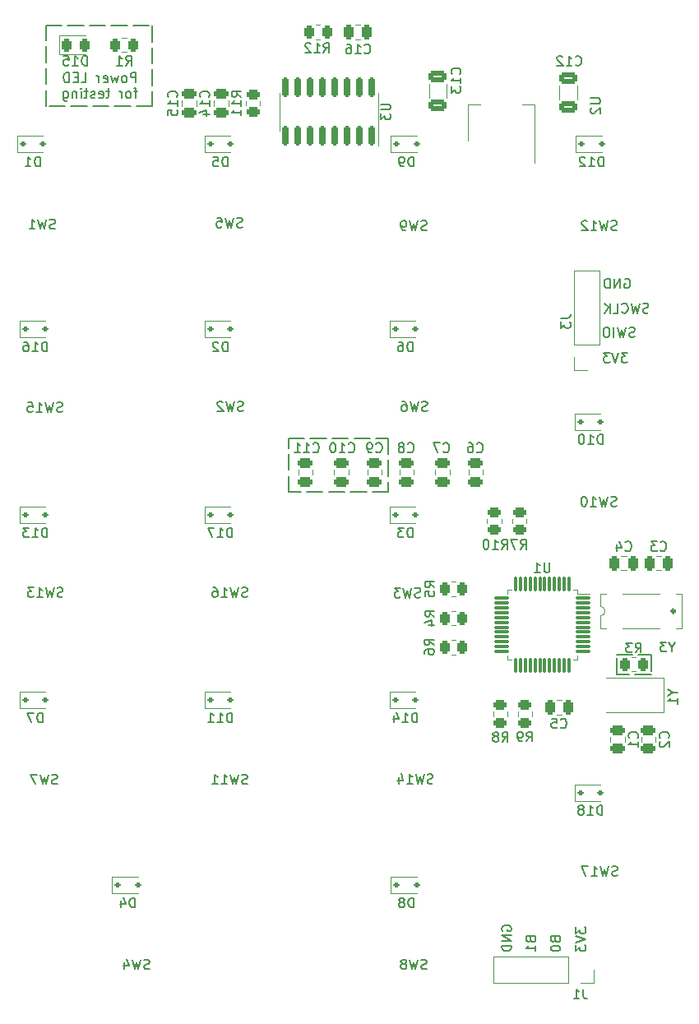
<source format=gbo>
G04 #@! TF.GenerationSoftware,KiCad,Pcbnew,7.0.5-7.0.5~ubuntu22.04.1*
G04 #@! TF.CreationDate,2023-07-02T16:03:02+02:00*
G04 #@! TF.ProjectId,keyboard,6b657962-6f61-4726-942e-6b696361645f,v1.0*
G04 #@! TF.SameCoordinates,Original*
G04 #@! TF.FileFunction,Legend,Bot*
G04 #@! TF.FilePolarity,Positive*
%FSLAX46Y46*%
G04 Gerber Fmt 4.6, Leading zero omitted, Abs format (unit mm)*
G04 Created by KiCad (PCBNEW 7.0.5-7.0.5~ubuntu22.04.1) date 2023-07-02 16:03:02*
%MOMM*%
%LPD*%
G01*
G04 APERTURE LIST*
G04 Aperture macros list*
%AMRoundRect*
0 Rectangle with rounded corners*
0 $1 Rounding radius*
0 $2 $3 $4 $5 $6 $7 $8 $9 X,Y pos of 4 corners*
0 Add a 4 corners polygon primitive as box body*
4,1,4,$2,$3,$4,$5,$6,$7,$8,$9,$2,$3,0*
0 Add four circle primitives for the rounded corners*
1,1,$1+$1,$2,$3*
1,1,$1+$1,$4,$5*
1,1,$1+$1,$6,$7*
1,1,$1+$1,$8,$9*
0 Add four rect primitives between the rounded corners*
20,1,$1+$1,$2,$3,$4,$5,0*
20,1,$1+$1,$4,$5,$6,$7,0*
20,1,$1+$1,$6,$7,$8,$9,0*
20,1,$1+$1,$8,$9,$2,$3,0*%
G04 Aperture macros list end*
%ADD10C,0.300000*%
%ADD11C,0.150000*%
%ADD12C,0.120000*%
%ADD13C,5.600000*%
%ADD14C,1.750000*%
%ADD15C,4.000000*%
%ADD16C,2.500000*%
%ADD17R,1.300000X1.300000*%
%ADD18C,1.300000*%
%ADD19C,3.000000*%
%ADD20C,0.550000*%
%ADD21O,1.050000X1.900000*%
%ADD22R,1.300000X1.900000*%
%ADD23RoundRect,0.112500X-0.187500X-0.112500X0.187500X-0.112500X0.187500X0.112500X-0.187500X0.112500X0*%
%ADD24RoundRect,0.250000X0.262500X0.450000X-0.262500X0.450000X-0.262500X-0.450000X0.262500X-0.450000X0*%
%ADD25RoundRect,0.250000X-0.475000X0.250000X-0.475000X-0.250000X0.475000X-0.250000X0.475000X0.250000X0*%
%ADD26RoundRect,0.250000X0.475000X-0.250000X0.475000X0.250000X-0.475000X0.250000X-0.475000X-0.250000X0*%
%ADD27RoundRect,0.075000X0.662500X0.075000X-0.662500X0.075000X-0.662500X-0.075000X0.662500X-0.075000X0*%
%ADD28RoundRect,0.075000X0.075000X0.662500X-0.075000X0.662500X-0.075000X-0.662500X0.075000X-0.662500X0*%
%ADD29RoundRect,0.250000X0.650000X-0.325000X0.650000X0.325000X-0.650000X0.325000X-0.650000X-0.325000X0*%
%ADD30R,1.500000X2.000000*%
%ADD31R,3.800000X2.000000*%
%ADD32RoundRect,0.250000X0.450000X-0.262500X0.450000X0.262500X-0.450000X0.262500X-0.450000X-0.262500X0*%
%ADD33RoundRect,0.250000X-0.262500X-0.450000X0.262500X-0.450000X0.262500X0.450000X-0.262500X0.450000X0*%
%ADD34RoundRect,0.150000X0.150000X-0.850000X0.150000X0.850000X-0.150000X0.850000X-0.150000X-0.850000X0*%
%ADD35RoundRect,0.250000X0.250000X0.475000X-0.250000X0.475000X-0.250000X-0.475000X0.250000X-0.475000X0*%
%ADD36RoundRect,0.250000X-0.450000X0.262500X-0.450000X-0.262500X0.450000X-0.262500X0.450000X0.262500X0*%
%ADD37RoundRect,0.243750X-0.243750X-0.456250X0.243750X-0.456250X0.243750X0.456250X-0.243750X0.456250X0*%
%ADD38RoundRect,0.250000X-0.250000X-0.475000X0.250000X-0.475000X0.250000X0.475000X-0.250000X0.475000X0*%
%ADD39R,1.700000X1.700000*%
%ADD40O,1.700000X1.700000*%
%ADD41R,1.900000X2.400000*%
G04 APERTURE END LIST*
D10*
X188761050Y-105278375D02*
G75*
G03*
X188761050Y-105278375I-152926J0D01*
G01*
D11*
X124000000Y-45000000D02*
X125650000Y-45000000D01*
X126250000Y-45000000D02*
X127900000Y-45000000D01*
X128500000Y-45000000D02*
X130150000Y-45000000D01*
X130750000Y-45000000D02*
X132400000Y-45000000D01*
X133000000Y-45000000D02*
X134650000Y-45000000D01*
X135000000Y-45000000D02*
X135000000Y-46650000D01*
X135000000Y-47250000D02*
X135000000Y-48900000D01*
X135000000Y-49500000D02*
X135000000Y-51150000D01*
X135000000Y-51750000D02*
X135000000Y-53289268D01*
X135000000Y-53289268D02*
X133350000Y-53289268D01*
X132750000Y-53289268D02*
X131100000Y-53289268D01*
X130500000Y-53289268D02*
X128850000Y-53289268D01*
X128250000Y-53289268D02*
X126600000Y-53289268D01*
X126000000Y-53289268D02*
X124350000Y-53289268D01*
X124000000Y-53289268D02*
X124000000Y-51639268D01*
X124000000Y-51039268D02*
X124000000Y-49389268D01*
X124000000Y-48789268D02*
X124000000Y-47139268D01*
X124000000Y-46539268D02*
X124000000Y-45000000D01*
X182777042Y-109800149D02*
X184427042Y-109800149D01*
X185027042Y-109800149D02*
X186344366Y-109800149D01*
X186344366Y-109800149D02*
X186344366Y-111450149D01*
X186344366Y-111762177D02*
X184694366Y-111762177D01*
X184094366Y-111762177D02*
X182777042Y-111762177D01*
X182777042Y-111762177D02*
X182777042Y-110112177D01*
X149000000Y-87468349D02*
X150650000Y-87468349D01*
X151250000Y-87468349D02*
X152900000Y-87468349D01*
X153500000Y-87468349D02*
X155150000Y-87468349D01*
X155750000Y-87468349D02*
X157400000Y-87468349D01*
X158000000Y-87468349D02*
X159273915Y-87468349D01*
X159273915Y-87468349D02*
X159273915Y-89118349D01*
X159273915Y-89718349D02*
X159273915Y-91368349D01*
X159273915Y-91968349D02*
X159273915Y-93000000D01*
X159273915Y-93000000D02*
X157623915Y-93000000D01*
X157023915Y-93000000D02*
X155373915Y-93000000D01*
X154773915Y-93000000D02*
X153123915Y-93000000D01*
X152523915Y-93000000D02*
X150873915Y-93000000D01*
X150273915Y-93000000D02*
X149000000Y-93000000D01*
X149000000Y-93000000D02*
X149000000Y-91350000D01*
X149000000Y-90750000D02*
X149000000Y-89100000D01*
X149000000Y-88500000D02*
X149000000Y-87468349D01*
X178596732Y-137822465D02*
X178596732Y-138441512D01*
X178596732Y-138441512D02*
X178977684Y-138108179D01*
X178977684Y-138108179D02*
X178977684Y-138251036D01*
X178977684Y-138251036D02*
X179025303Y-138346274D01*
X179025303Y-138346274D02*
X179072922Y-138393893D01*
X179072922Y-138393893D02*
X179168160Y-138441512D01*
X179168160Y-138441512D02*
X179406255Y-138441512D01*
X179406255Y-138441512D02*
X179501493Y-138393893D01*
X179501493Y-138393893D02*
X179549113Y-138346274D01*
X179549113Y-138346274D02*
X179596732Y-138251036D01*
X179596732Y-138251036D02*
X179596732Y-137965322D01*
X179596732Y-137965322D02*
X179549113Y-137870084D01*
X179549113Y-137870084D02*
X179501493Y-137822465D01*
X178596732Y-138727227D02*
X179596732Y-139060560D01*
X179596732Y-139060560D02*
X178596732Y-139393893D01*
X178596732Y-139631989D02*
X178596732Y-140251036D01*
X178596732Y-140251036D02*
X178977684Y-139917703D01*
X178977684Y-139917703D02*
X178977684Y-140060560D01*
X178977684Y-140060560D02*
X179025303Y-140155798D01*
X179025303Y-140155798D02*
X179072922Y-140203417D01*
X179072922Y-140203417D02*
X179168160Y-140251036D01*
X179168160Y-140251036D02*
X179406255Y-140251036D01*
X179406255Y-140251036D02*
X179501493Y-140203417D01*
X179501493Y-140203417D02*
X179549113Y-140155798D01*
X179549113Y-140155798D02*
X179596732Y-140060560D01*
X179596732Y-140060560D02*
X179596732Y-139774846D01*
X179596732Y-139774846D02*
X179549113Y-139679608D01*
X179549113Y-139679608D02*
X179501493Y-139631989D01*
X183609648Y-71089174D02*
X183704886Y-71041555D01*
X183704886Y-71041555D02*
X183847743Y-71041555D01*
X183847743Y-71041555D02*
X183990600Y-71089174D01*
X183990600Y-71089174D02*
X184085838Y-71184412D01*
X184085838Y-71184412D02*
X184133457Y-71279650D01*
X184133457Y-71279650D02*
X184181076Y-71470126D01*
X184181076Y-71470126D02*
X184181076Y-71612983D01*
X184181076Y-71612983D02*
X184133457Y-71803459D01*
X184133457Y-71803459D02*
X184085838Y-71898697D01*
X184085838Y-71898697D02*
X183990600Y-71993936D01*
X183990600Y-71993936D02*
X183847743Y-72041555D01*
X183847743Y-72041555D02*
X183752505Y-72041555D01*
X183752505Y-72041555D02*
X183609648Y-71993936D01*
X183609648Y-71993936D02*
X183562029Y-71946316D01*
X183562029Y-71946316D02*
X183562029Y-71612983D01*
X183562029Y-71612983D02*
X183752505Y-71612983D01*
X183133457Y-72041555D02*
X183133457Y-71041555D01*
X183133457Y-71041555D02*
X182562029Y-72041555D01*
X182562029Y-72041555D02*
X182562029Y-71041555D01*
X182085838Y-72041555D02*
X182085838Y-71041555D01*
X182085838Y-71041555D02*
X181847743Y-71041555D01*
X181847743Y-71041555D02*
X181704886Y-71089174D01*
X181704886Y-71089174D02*
X181609648Y-71184412D01*
X181609648Y-71184412D02*
X181562029Y-71279650D01*
X181562029Y-71279650D02*
X181514410Y-71470126D01*
X181514410Y-71470126D02*
X181514410Y-71612983D01*
X181514410Y-71612983D02*
X181562029Y-71803459D01*
X181562029Y-71803459D02*
X181609648Y-71898697D01*
X181609648Y-71898697D02*
X181704886Y-71993936D01*
X181704886Y-71993936D02*
X181847743Y-72041555D01*
X181847743Y-72041555D02*
X182085838Y-72041555D01*
X176462834Y-139090812D02*
X176510453Y-139233669D01*
X176510453Y-139233669D02*
X176558072Y-139281288D01*
X176558072Y-139281288D02*
X176653310Y-139328907D01*
X176653310Y-139328907D02*
X176796167Y-139328907D01*
X176796167Y-139328907D02*
X176891405Y-139281288D01*
X176891405Y-139281288D02*
X176939025Y-139233669D01*
X176939025Y-139233669D02*
X176986644Y-139138431D01*
X176986644Y-139138431D02*
X176986644Y-138757479D01*
X176986644Y-138757479D02*
X175986644Y-138757479D01*
X175986644Y-138757479D02*
X175986644Y-139090812D01*
X175986644Y-139090812D02*
X176034263Y-139186050D01*
X176034263Y-139186050D02*
X176081882Y-139233669D01*
X176081882Y-139233669D02*
X176177120Y-139281288D01*
X176177120Y-139281288D02*
X176272358Y-139281288D01*
X176272358Y-139281288D02*
X176367596Y-139233669D01*
X176367596Y-139233669D02*
X176415215Y-139186050D01*
X176415215Y-139186050D02*
X176462834Y-139090812D01*
X176462834Y-139090812D02*
X176462834Y-138757479D01*
X175986644Y-139947955D02*
X175986644Y-140043193D01*
X175986644Y-140043193D02*
X176034263Y-140138431D01*
X176034263Y-140138431D02*
X176081882Y-140186050D01*
X176081882Y-140186050D02*
X176177120Y-140233669D01*
X176177120Y-140233669D02*
X176367596Y-140281288D01*
X176367596Y-140281288D02*
X176605691Y-140281288D01*
X176605691Y-140281288D02*
X176796167Y-140233669D01*
X176796167Y-140233669D02*
X176891405Y-140186050D01*
X176891405Y-140186050D02*
X176939025Y-140138431D01*
X176939025Y-140138431D02*
X176986644Y-140043193D01*
X176986644Y-140043193D02*
X176986644Y-139947955D01*
X176986644Y-139947955D02*
X176939025Y-139852717D01*
X176939025Y-139852717D02*
X176891405Y-139805098D01*
X176891405Y-139805098D02*
X176796167Y-139757479D01*
X176796167Y-139757479D02*
X176605691Y-139709860D01*
X176605691Y-139709860D02*
X176367596Y-139709860D01*
X176367596Y-139709860D02*
X176177120Y-139757479D01*
X176177120Y-139757479D02*
X176081882Y-139805098D01*
X176081882Y-139805098D02*
X176034263Y-139852717D01*
X176034263Y-139852717D02*
X175986644Y-139947955D01*
X170995345Y-138171775D02*
X170947726Y-138076537D01*
X170947726Y-138076537D02*
X170947726Y-137933680D01*
X170947726Y-137933680D02*
X170995345Y-137790823D01*
X170995345Y-137790823D02*
X171090583Y-137695585D01*
X171090583Y-137695585D02*
X171185821Y-137647966D01*
X171185821Y-137647966D02*
X171376297Y-137600347D01*
X171376297Y-137600347D02*
X171519154Y-137600347D01*
X171519154Y-137600347D02*
X171709630Y-137647966D01*
X171709630Y-137647966D02*
X171804868Y-137695585D01*
X171804868Y-137695585D02*
X171900107Y-137790823D01*
X171900107Y-137790823D02*
X171947726Y-137933680D01*
X171947726Y-137933680D02*
X171947726Y-138028918D01*
X171947726Y-138028918D02*
X171900107Y-138171775D01*
X171900107Y-138171775D02*
X171852487Y-138219394D01*
X171852487Y-138219394D02*
X171519154Y-138219394D01*
X171519154Y-138219394D02*
X171519154Y-138028918D01*
X171947726Y-138647966D02*
X170947726Y-138647966D01*
X170947726Y-138647966D02*
X171947726Y-139219394D01*
X171947726Y-139219394D02*
X170947726Y-139219394D01*
X171947726Y-139695585D02*
X170947726Y-139695585D01*
X170947726Y-139695585D02*
X170947726Y-139933680D01*
X170947726Y-139933680D02*
X170995345Y-140076537D01*
X170995345Y-140076537D02*
X171090583Y-140171775D01*
X171090583Y-140171775D02*
X171185821Y-140219394D01*
X171185821Y-140219394D02*
X171376297Y-140267013D01*
X171376297Y-140267013D02*
X171519154Y-140267013D01*
X171519154Y-140267013D02*
X171709630Y-140219394D01*
X171709630Y-140219394D02*
X171804868Y-140171775D01*
X171804868Y-140171775D02*
X171900107Y-140076537D01*
X171900107Y-140076537D02*
X171947726Y-139933680D01*
X171947726Y-139933680D02*
X171947726Y-139695585D01*
X184640796Y-77018354D02*
X184497939Y-77065973D01*
X184497939Y-77065973D02*
X184259844Y-77065973D01*
X184259844Y-77065973D02*
X184164606Y-77018354D01*
X184164606Y-77018354D02*
X184116987Y-76970734D01*
X184116987Y-76970734D02*
X184069368Y-76875496D01*
X184069368Y-76875496D02*
X184069368Y-76780258D01*
X184069368Y-76780258D02*
X184116987Y-76685020D01*
X184116987Y-76685020D02*
X184164606Y-76637401D01*
X184164606Y-76637401D02*
X184259844Y-76589782D01*
X184259844Y-76589782D02*
X184450320Y-76542163D01*
X184450320Y-76542163D02*
X184545558Y-76494544D01*
X184545558Y-76494544D02*
X184593177Y-76446925D01*
X184593177Y-76446925D02*
X184640796Y-76351687D01*
X184640796Y-76351687D02*
X184640796Y-76256449D01*
X184640796Y-76256449D02*
X184593177Y-76161211D01*
X184593177Y-76161211D02*
X184545558Y-76113592D01*
X184545558Y-76113592D02*
X184450320Y-76065973D01*
X184450320Y-76065973D02*
X184212225Y-76065973D01*
X184212225Y-76065973D02*
X184069368Y-76113592D01*
X183736034Y-76065973D02*
X183497939Y-77065973D01*
X183497939Y-77065973D02*
X183307463Y-76351687D01*
X183307463Y-76351687D02*
X183116987Y-77065973D01*
X183116987Y-77065973D02*
X182878892Y-76065973D01*
X182497939Y-77065973D02*
X182497939Y-76065973D01*
X181831273Y-76065973D02*
X181640797Y-76065973D01*
X181640797Y-76065973D02*
X181545559Y-76113592D01*
X181545559Y-76113592D02*
X181450321Y-76208830D01*
X181450321Y-76208830D02*
X181402702Y-76399306D01*
X181402702Y-76399306D02*
X181402702Y-76732639D01*
X181402702Y-76732639D02*
X181450321Y-76923115D01*
X181450321Y-76923115D02*
X181545559Y-77018354D01*
X181545559Y-77018354D02*
X181640797Y-77065973D01*
X181640797Y-77065973D02*
X181831273Y-77065973D01*
X181831273Y-77065973D02*
X181926511Y-77018354D01*
X181926511Y-77018354D02*
X182021749Y-76923115D01*
X182021749Y-76923115D02*
X182069368Y-76732639D01*
X182069368Y-76732639D02*
X182069368Y-76399306D01*
X182069368Y-76399306D02*
X182021749Y-76208830D01*
X182021749Y-76208830D02*
X181926511Y-76113592D01*
X181926511Y-76113592D02*
X181831273Y-76065973D01*
X183890082Y-78676060D02*
X183271035Y-78676060D01*
X183271035Y-78676060D02*
X183604368Y-79057012D01*
X183604368Y-79057012D02*
X183461511Y-79057012D01*
X183461511Y-79057012D02*
X183366273Y-79104631D01*
X183366273Y-79104631D02*
X183318654Y-79152250D01*
X183318654Y-79152250D02*
X183271035Y-79247488D01*
X183271035Y-79247488D02*
X183271035Y-79485583D01*
X183271035Y-79485583D02*
X183318654Y-79580821D01*
X183318654Y-79580821D02*
X183366273Y-79628441D01*
X183366273Y-79628441D02*
X183461511Y-79676060D01*
X183461511Y-79676060D02*
X183747225Y-79676060D01*
X183747225Y-79676060D02*
X183842463Y-79628441D01*
X183842463Y-79628441D02*
X183890082Y-79580821D01*
X182985320Y-78676060D02*
X182651987Y-79676060D01*
X182651987Y-79676060D02*
X182318654Y-78676060D01*
X182080558Y-78676060D02*
X181461511Y-78676060D01*
X181461511Y-78676060D02*
X181794844Y-79057012D01*
X181794844Y-79057012D02*
X181651987Y-79057012D01*
X181651987Y-79057012D02*
X181556749Y-79104631D01*
X181556749Y-79104631D02*
X181509130Y-79152250D01*
X181509130Y-79152250D02*
X181461511Y-79247488D01*
X181461511Y-79247488D02*
X181461511Y-79485583D01*
X181461511Y-79485583D02*
X181509130Y-79580821D01*
X181509130Y-79580821D02*
X181556749Y-79628441D01*
X181556749Y-79628441D02*
X181651987Y-79676060D01*
X181651987Y-79676060D02*
X181937701Y-79676060D01*
X181937701Y-79676060D02*
X182032939Y-79628441D01*
X182032939Y-79628441D02*
X182080558Y-79580821D01*
X186044930Y-74538771D02*
X185902073Y-74586390D01*
X185902073Y-74586390D02*
X185663978Y-74586390D01*
X185663978Y-74586390D02*
X185568740Y-74538771D01*
X185568740Y-74538771D02*
X185521121Y-74491151D01*
X185521121Y-74491151D02*
X185473502Y-74395913D01*
X185473502Y-74395913D02*
X185473502Y-74300675D01*
X185473502Y-74300675D02*
X185521121Y-74205437D01*
X185521121Y-74205437D02*
X185568740Y-74157818D01*
X185568740Y-74157818D02*
X185663978Y-74110199D01*
X185663978Y-74110199D02*
X185854454Y-74062580D01*
X185854454Y-74062580D02*
X185949692Y-74014961D01*
X185949692Y-74014961D02*
X185997311Y-73967342D01*
X185997311Y-73967342D02*
X186044930Y-73872104D01*
X186044930Y-73872104D02*
X186044930Y-73776866D01*
X186044930Y-73776866D02*
X185997311Y-73681628D01*
X185997311Y-73681628D02*
X185949692Y-73634009D01*
X185949692Y-73634009D02*
X185854454Y-73586390D01*
X185854454Y-73586390D02*
X185616359Y-73586390D01*
X185616359Y-73586390D02*
X185473502Y-73634009D01*
X185140168Y-73586390D02*
X184902073Y-74586390D01*
X184902073Y-74586390D02*
X184711597Y-73872104D01*
X184711597Y-73872104D02*
X184521121Y-74586390D01*
X184521121Y-74586390D02*
X184283026Y-73586390D01*
X183330645Y-74491151D02*
X183378264Y-74538771D01*
X183378264Y-74538771D02*
X183521121Y-74586390D01*
X183521121Y-74586390D02*
X183616359Y-74586390D01*
X183616359Y-74586390D02*
X183759216Y-74538771D01*
X183759216Y-74538771D02*
X183854454Y-74443532D01*
X183854454Y-74443532D02*
X183902073Y-74348294D01*
X183902073Y-74348294D02*
X183949692Y-74157818D01*
X183949692Y-74157818D02*
X183949692Y-74014961D01*
X183949692Y-74014961D02*
X183902073Y-73824485D01*
X183902073Y-73824485D02*
X183854454Y-73729247D01*
X183854454Y-73729247D02*
X183759216Y-73634009D01*
X183759216Y-73634009D02*
X183616359Y-73586390D01*
X183616359Y-73586390D02*
X183521121Y-73586390D01*
X183521121Y-73586390D02*
X183378264Y-73634009D01*
X183378264Y-73634009D02*
X183330645Y-73681628D01*
X182425883Y-74586390D02*
X182902073Y-74586390D01*
X182902073Y-74586390D02*
X182902073Y-73586390D01*
X182092549Y-74586390D02*
X182092549Y-73586390D01*
X181521121Y-74586390D02*
X181949692Y-74014961D01*
X181521121Y-73586390D02*
X182092549Y-74157818D01*
X173925250Y-139090812D02*
X173972869Y-139233669D01*
X173972869Y-139233669D02*
X174020488Y-139281288D01*
X174020488Y-139281288D02*
X174115726Y-139328907D01*
X174115726Y-139328907D02*
X174258583Y-139328907D01*
X174258583Y-139328907D02*
X174353821Y-139281288D01*
X174353821Y-139281288D02*
X174401441Y-139233669D01*
X174401441Y-139233669D02*
X174449060Y-139138431D01*
X174449060Y-139138431D02*
X174449060Y-138757479D01*
X174449060Y-138757479D02*
X173449060Y-138757479D01*
X173449060Y-138757479D02*
X173449060Y-139090812D01*
X173449060Y-139090812D02*
X173496679Y-139186050D01*
X173496679Y-139186050D02*
X173544298Y-139233669D01*
X173544298Y-139233669D02*
X173639536Y-139281288D01*
X173639536Y-139281288D02*
X173734774Y-139281288D01*
X173734774Y-139281288D02*
X173830012Y-139233669D01*
X173830012Y-139233669D02*
X173877631Y-139186050D01*
X173877631Y-139186050D02*
X173925250Y-139090812D01*
X173925250Y-139090812D02*
X173925250Y-138757479D01*
X174449060Y-140281288D02*
X174449060Y-139709860D01*
X174449060Y-139995574D02*
X173449060Y-139995574D01*
X173449060Y-139995574D02*
X173591917Y-139900336D01*
X173591917Y-139900336D02*
X173687155Y-139805098D01*
X173687155Y-139805098D02*
X173734774Y-139709860D01*
X133306573Y-50839637D02*
X133306573Y-49839637D01*
X133306573Y-49839637D02*
X132925621Y-49839637D01*
X132925621Y-49839637D02*
X132830383Y-49887256D01*
X132830383Y-49887256D02*
X132782764Y-49934875D01*
X132782764Y-49934875D02*
X132735145Y-50030113D01*
X132735145Y-50030113D02*
X132735145Y-50172970D01*
X132735145Y-50172970D02*
X132782764Y-50268208D01*
X132782764Y-50268208D02*
X132830383Y-50315827D01*
X132830383Y-50315827D02*
X132925621Y-50363446D01*
X132925621Y-50363446D02*
X133306573Y-50363446D01*
X132163716Y-50839637D02*
X132258954Y-50792018D01*
X132258954Y-50792018D02*
X132306573Y-50744398D01*
X132306573Y-50744398D02*
X132354192Y-50649160D01*
X132354192Y-50649160D02*
X132354192Y-50363446D01*
X132354192Y-50363446D02*
X132306573Y-50268208D01*
X132306573Y-50268208D02*
X132258954Y-50220589D01*
X132258954Y-50220589D02*
X132163716Y-50172970D01*
X132163716Y-50172970D02*
X132020859Y-50172970D01*
X132020859Y-50172970D02*
X131925621Y-50220589D01*
X131925621Y-50220589D02*
X131878002Y-50268208D01*
X131878002Y-50268208D02*
X131830383Y-50363446D01*
X131830383Y-50363446D02*
X131830383Y-50649160D01*
X131830383Y-50649160D02*
X131878002Y-50744398D01*
X131878002Y-50744398D02*
X131925621Y-50792018D01*
X131925621Y-50792018D02*
X132020859Y-50839637D01*
X132020859Y-50839637D02*
X132163716Y-50839637D01*
X131497049Y-50172970D02*
X131306573Y-50839637D01*
X131306573Y-50839637D02*
X131116097Y-50363446D01*
X131116097Y-50363446D02*
X130925621Y-50839637D01*
X130925621Y-50839637D02*
X130735145Y-50172970D01*
X129973240Y-50792018D02*
X130068478Y-50839637D01*
X130068478Y-50839637D02*
X130258954Y-50839637D01*
X130258954Y-50839637D02*
X130354192Y-50792018D01*
X130354192Y-50792018D02*
X130401811Y-50696779D01*
X130401811Y-50696779D02*
X130401811Y-50315827D01*
X130401811Y-50315827D02*
X130354192Y-50220589D01*
X130354192Y-50220589D02*
X130258954Y-50172970D01*
X130258954Y-50172970D02*
X130068478Y-50172970D01*
X130068478Y-50172970D02*
X129973240Y-50220589D01*
X129973240Y-50220589D02*
X129925621Y-50315827D01*
X129925621Y-50315827D02*
X129925621Y-50411065D01*
X129925621Y-50411065D02*
X130401811Y-50506303D01*
X129497049Y-50839637D02*
X129497049Y-50172970D01*
X129497049Y-50363446D02*
X129449430Y-50268208D01*
X129449430Y-50268208D02*
X129401811Y-50220589D01*
X129401811Y-50220589D02*
X129306573Y-50172970D01*
X129306573Y-50172970D02*
X129211335Y-50172970D01*
X127639906Y-50839637D02*
X128116096Y-50839637D01*
X128116096Y-50839637D02*
X128116096Y-49839637D01*
X127306572Y-50315827D02*
X126973239Y-50315827D01*
X126830382Y-50839637D02*
X127306572Y-50839637D01*
X127306572Y-50839637D02*
X127306572Y-49839637D01*
X127306572Y-49839637D02*
X126830382Y-49839637D01*
X126401810Y-50839637D02*
X126401810Y-49839637D01*
X126401810Y-49839637D02*
X126163715Y-49839637D01*
X126163715Y-49839637D02*
X126020858Y-49887256D01*
X126020858Y-49887256D02*
X125925620Y-49982494D01*
X125925620Y-49982494D02*
X125878001Y-50077732D01*
X125878001Y-50077732D02*
X125830382Y-50268208D01*
X125830382Y-50268208D02*
X125830382Y-50411065D01*
X125830382Y-50411065D02*
X125878001Y-50601541D01*
X125878001Y-50601541D02*
X125925620Y-50696779D01*
X125925620Y-50696779D02*
X126020858Y-50792018D01*
X126020858Y-50792018D02*
X126163715Y-50839637D01*
X126163715Y-50839637D02*
X126401810Y-50839637D01*
X133449430Y-51782970D02*
X133068478Y-51782970D01*
X133306573Y-52449637D02*
X133306573Y-51592494D01*
X133306573Y-51592494D02*
X133258954Y-51497256D01*
X133258954Y-51497256D02*
X133163716Y-51449637D01*
X133163716Y-51449637D02*
X133068478Y-51449637D01*
X132592287Y-52449637D02*
X132687525Y-52402018D01*
X132687525Y-52402018D02*
X132735144Y-52354398D01*
X132735144Y-52354398D02*
X132782763Y-52259160D01*
X132782763Y-52259160D02*
X132782763Y-51973446D01*
X132782763Y-51973446D02*
X132735144Y-51878208D01*
X132735144Y-51878208D02*
X132687525Y-51830589D01*
X132687525Y-51830589D02*
X132592287Y-51782970D01*
X132592287Y-51782970D02*
X132449430Y-51782970D01*
X132449430Y-51782970D02*
X132354192Y-51830589D01*
X132354192Y-51830589D02*
X132306573Y-51878208D01*
X132306573Y-51878208D02*
X132258954Y-51973446D01*
X132258954Y-51973446D02*
X132258954Y-52259160D01*
X132258954Y-52259160D02*
X132306573Y-52354398D01*
X132306573Y-52354398D02*
X132354192Y-52402018D01*
X132354192Y-52402018D02*
X132449430Y-52449637D01*
X132449430Y-52449637D02*
X132592287Y-52449637D01*
X131830382Y-52449637D02*
X131830382Y-51782970D01*
X131830382Y-51973446D02*
X131782763Y-51878208D01*
X131782763Y-51878208D02*
X131735144Y-51830589D01*
X131735144Y-51830589D02*
X131639906Y-51782970D01*
X131639906Y-51782970D02*
X131544668Y-51782970D01*
X130592286Y-51782970D02*
X130211334Y-51782970D01*
X130449429Y-51449637D02*
X130449429Y-52306779D01*
X130449429Y-52306779D02*
X130401810Y-52402018D01*
X130401810Y-52402018D02*
X130306572Y-52449637D01*
X130306572Y-52449637D02*
X130211334Y-52449637D01*
X129497048Y-52402018D02*
X129592286Y-52449637D01*
X129592286Y-52449637D02*
X129782762Y-52449637D01*
X129782762Y-52449637D02*
X129878000Y-52402018D01*
X129878000Y-52402018D02*
X129925619Y-52306779D01*
X129925619Y-52306779D02*
X129925619Y-51925827D01*
X129925619Y-51925827D02*
X129878000Y-51830589D01*
X129878000Y-51830589D02*
X129782762Y-51782970D01*
X129782762Y-51782970D02*
X129592286Y-51782970D01*
X129592286Y-51782970D02*
X129497048Y-51830589D01*
X129497048Y-51830589D02*
X129449429Y-51925827D01*
X129449429Y-51925827D02*
X129449429Y-52021065D01*
X129449429Y-52021065D02*
X129925619Y-52116303D01*
X129068476Y-52402018D02*
X128973238Y-52449637D01*
X128973238Y-52449637D02*
X128782762Y-52449637D01*
X128782762Y-52449637D02*
X128687524Y-52402018D01*
X128687524Y-52402018D02*
X128639905Y-52306779D01*
X128639905Y-52306779D02*
X128639905Y-52259160D01*
X128639905Y-52259160D02*
X128687524Y-52163922D01*
X128687524Y-52163922D02*
X128782762Y-52116303D01*
X128782762Y-52116303D02*
X128925619Y-52116303D01*
X128925619Y-52116303D02*
X129020857Y-52068684D01*
X129020857Y-52068684D02*
X129068476Y-51973446D01*
X129068476Y-51973446D02*
X129068476Y-51925827D01*
X129068476Y-51925827D02*
X129020857Y-51830589D01*
X129020857Y-51830589D02*
X128925619Y-51782970D01*
X128925619Y-51782970D02*
X128782762Y-51782970D01*
X128782762Y-51782970D02*
X128687524Y-51830589D01*
X128354190Y-51782970D02*
X127973238Y-51782970D01*
X128211333Y-51449637D02*
X128211333Y-52306779D01*
X128211333Y-52306779D02*
X128163714Y-52402018D01*
X128163714Y-52402018D02*
X128068476Y-52449637D01*
X128068476Y-52449637D02*
X127973238Y-52449637D01*
X127639904Y-52449637D02*
X127639904Y-51782970D01*
X127639904Y-51449637D02*
X127687523Y-51497256D01*
X127687523Y-51497256D02*
X127639904Y-51544875D01*
X127639904Y-51544875D02*
X127592285Y-51497256D01*
X127592285Y-51497256D02*
X127639904Y-51449637D01*
X127639904Y-51449637D02*
X127639904Y-51544875D01*
X127163714Y-51782970D02*
X127163714Y-52449637D01*
X127163714Y-51878208D02*
X127116095Y-51830589D01*
X127116095Y-51830589D02*
X127020857Y-51782970D01*
X127020857Y-51782970D02*
X126878000Y-51782970D01*
X126878000Y-51782970D02*
X126782762Y-51830589D01*
X126782762Y-51830589D02*
X126735143Y-51925827D01*
X126735143Y-51925827D02*
X126735143Y-52449637D01*
X125830381Y-51782970D02*
X125830381Y-52592494D01*
X125830381Y-52592494D02*
X125878000Y-52687732D01*
X125878000Y-52687732D02*
X125925619Y-52735351D01*
X125925619Y-52735351D02*
X126020857Y-52782970D01*
X126020857Y-52782970D02*
X126163714Y-52782970D01*
X126163714Y-52782970D02*
X126258952Y-52735351D01*
X125830381Y-52402018D02*
X125925619Y-52449637D01*
X125925619Y-52449637D02*
X126116095Y-52449637D01*
X126116095Y-52449637D02*
X126211333Y-52402018D01*
X126211333Y-52402018D02*
X126258952Y-52354398D01*
X126258952Y-52354398D02*
X126306571Y-52259160D01*
X126306571Y-52259160D02*
X126306571Y-51973446D01*
X126306571Y-51973446D02*
X126258952Y-51878208D01*
X126258952Y-51878208D02*
X126211333Y-51830589D01*
X126211333Y-51830589D02*
X126116095Y-51782970D01*
X126116095Y-51782970D02*
X125925619Y-51782970D01*
X125925619Y-51782970D02*
X125830381Y-51830589D01*
X125761523Y-103785200D02*
X125618666Y-103832819D01*
X125618666Y-103832819D02*
X125380571Y-103832819D01*
X125380571Y-103832819D02*
X125285333Y-103785200D01*
X125285333Y-103785200D02*
X125237714Y-103737580D01*
X125237714Y-103737580D02*
X125190095Y-103642342D01*
X125190095Y-103642342D02*
X125190095Y-103547104D01*
X125190095Y-103547104D02*
X125237714Y-103451866D01*
X125237714Y-103451866D02*
X125285333Y-103404247D01*
X125285333Y-103404247D02*
X125380571Y-103356628D01*
X125380571Y-103356628D02*
X125571047Y-103309009D01*
X125571047Y-103309009D02*
X125666285Y-103261390D01*
X125666285Y-103261390D02*
X125713904Y-103213771D01*
X125713904Y-103213771D02*
X125761523Y-103118533D01*
X125761523Y-103118533D02*
X125761523Y-103023295D01*
X125761523Y-103023295D02*
X125713904Y-102928057D01*
X125713904Y-102928057D02*
X125666285Y-102880438D01*
X125666285Y-102880438D02*
X125571047Y-102832819D01*
X125571047Y-102832819D02*
X125332952Y-102832819D01*
X125332952Y-102832819D02*
X125190095Y-102880438D01*
X124856761Y-102832819D02*
X124618666Y-103832819D01*
X124618666Y-103832819D02*
X124428190Y-103118533D01*
X124428190Y-103118533D02*
X124237714Y-103832819D01*
X124237714Y-103832819D02*
X123999619Y-102832819D01*
X123094857Y-103832819D02*
X123666285Y-103832819D01*
X123380571Y-103832819D02*
X123380571Y-102832819D01*
X123380571Y-102832819D02*
X123475809Y-102975676D01*
X123475809Y-102975676D02*
X123571047Y-103070914D01*
X123571047Y-103070914D02*
X123666285Y-103118533D01*
X122761523Y-102832819D02*
X122142476Y-102832819D01*
X122142476Y-102832819D02*
X122475809Y-103213771D01*
X122475809Y-103213771D02*
X122332952Y-103213771D01*
X122332952Y-103213771D02*
X122237714Y-103261390D01*
X122237714Y-103261390D02*
X122190095Y-103309009D01*
X122190095Y-103309009D02*
X122142476Y-103404247D01*
X122142476Y-103404247D02*
X122142476Y-103642342D01*
X122142476Y-103642342D02*
X122190095Y-103737580D01*
X122190095Y-103737580D02*
X122237714Y-103785200D01*
X122237714Y-103785200D02*
X122332952Y-103832819D01*
X122332952Y-103832819D02*
X122618666Y-103832819D01*
X122618666Y-103832819D02*
X122713904Y-103785200D01*
X122713904Y-103785200D02*
X122761523Y-103737580D01*
X124980532Y-65888400D02*
X124837675Y-65936019D01*
X124837675Y-65936019D02*
X124599580Y-65936019D01*
X124599580Y-65936019D02*
X124504342Y-65888400D01*
X124504342Y-65888400D02*
X124456723Y-65840780D01*
X124456723Y-65840780D02*
X124409104Y-65745542D01*
X124409104Y-65745542D02*
X124409104Y-65650304D01*
X124409104Y-65650304D02*
X124456723Y-65555066D01*
X124456723Y-65555066D02*
X124504342Y-65507447D01*
X124504342Y-65507447D02*
X124599580Y-65459828D01*
X124599580Y-65459828D02*
X124790056Y-65412209D01*
X124790056Y-65412209D02*
X124885294Y-65364590D01*
X124885294Y-65364590D02*
X124932913Y-65316971D01*
X124932913Y-65316971D02*
X124980532Y-65221733D01*
X124980532Y-65221733D02*
X124980532Y-65126495D01*
X124980532Y-65126495D02*
X124932913Y-65031257D01*
X124932913Y-65031257D02*
X124885294Y-64983638D01*
X124885294Y-64983638D02*
X124790056Y-64936019D01*
X124790056Y-64936019D02*
X124551961Y-64936019D01*
X124551961Y-64936019D02*
X124409104Y-64983638D01*
X124075770Y-64936019D02*
X123837675Y-65936019D01*
X123837675Y-65936019D02*
X123647199Y-65221733D01*
X123647199Y-65221733D02*
X123456723Y-65936019D01*
X123456723Y-65936019D02*
X123218628Y-64936019D01*
X122313866Y-65936019D02*
X122885294Y-65936019D01*
X122599580Y-65936019D02*
X122599580Y-64936019D01*
X122599580Y-64936019D02*
X122694818Y-65078876D01*
X122694818Y-65078876D02*
X122790056Y-65174114D01*
X122790056Y-65174114D02*
X122885294Y-65221733D01*
X163232932Y-142088400D02*
X163090075Y-142136019D01*
X163090075Y-142136019D02*
X162851980Y-142136019D01*
X162851980Y-142136019D02*
X162756742Y-142088400D01*
X162756742Y-142088400D02*
X162709123Y-142040780D01*
X162709123Y-142040780D02*
X162661504Y-141945542D01*
X162661504Y-141945542D02*
X162661504Y-141850304D01*
X162661504Y-141850304D02*
X162709123Y-141755066D01*
X162709123Y-141755066D02*
X162756742Y-141707447D01*
X162756742Y-141707447D02*
X162851980Y-141659828D01*
X162851980Y-141659828D02*
X163042456Y-141612209D01*
X163042456Y-141612209D02*
X163137694Y-141564590D01*
X163137694Y-141564590D02*
X163185313Y-141516971D01*
X163185313Y-141516971D02*
X163232932Y-141421733D01*
X163232932Y-141421733D02*
X163232932Y-141326495D01*
X163232932Y-141326495D02*
X163185313Y-141231257D01*
X163185313Y-141231257D02*
X163137694Y-141183638D01*
X163137694Y-141183638D02*
X163042456Y-141136019D01*
X163042456Y-141136019D02*
X162804361Y-141136019D01*
X162804361Y-141136019D02*
X162661504Y-141183638D01*
X162328170Y-141136019D02*
X162090075Y-142136019D01*
X162090075Y-142136019D02*
X161899599Y-141421733D01*
X161899599Y-141421733D02*
X161709123Y-142136019D01*
X161709123Y-142136019D02*
X161471028Y-141136019D01*
X160947218Y-141564590D02*
X161042456Y-141516971D01*
X161042456Y-141516971D02*
X161090075Y-141469352D01*
X161090075Y-141469352D02*
X161137694Y-141374114D01*
X161137694Y-141374114D02*
X161137694Y-141326495D01*
X161137694Y-141326495D02*
X161090075Y-141231257D01*
X161090075Y-141231257D02*
X161042456Y-141183638D01*
X161042456Y-141183638D02*
X160947218Y-141136019D01*
X160947218Y-141136019D02*
X160756742Y-141136019D01*
X160756742Y-141136019D02*
X160661504Y-141183638D01*
X160661504Y-141183638D02*
X160613885Y-141231257D01*
X160613885Y-141231257D02*
X160566266Y-141326495D01*
X160566266Y-141326495D02*
X160566266Y-141374114D01*
X160566266Y-141374114D02*
X160613885Y-141469352D01*
X160613885Y-141469352D02*
X160661504Y-141516971D01*
X160661504Y-141516971D02*
X160756742Y-141564590D01*
X160756742Y-141564590D02*
X160947218Y-141564590D01*
X160947218Y-141564590D02*
X161042456Y-141612209D01*
X161042456Y-141612209D02*
X161090075Y-141659828D01*
X161090075Y-141659828D02*
X161137694Y-141755066D01*
X161137694Y-141755066D02*
X161137694Y-141945542D01*
X161137694Y-141945542D02*
X161090075Y-142040780D01*
X161090075Y-142040780D02*
X161042456Y-142088400D01*
X161042456Y-142088400D02*
X160947218Y-142136019D01*
X160947218Y-142136019D02*
X160756742Y-142136019D01*
X160756742Y-142136019D02*
X160661504Y-142088400D01*
X160661504Y-142088400D02*
X160613885Y-142040780D01*
X160613885Y-142040780D02*
X160566266Y-141945542D01*
X160566266Y-141945542D02*
X160566266Y-141755066D01*
X160566266Y-141755066D02*
X160613885Y-141659828D01*
X160613885Y-141659828D02*
X160661504Y-141612209D01*
X160661504Y-141612209D02*
X160756742Y-141564590D01*
X163283732Y-84633600D02*
X163140875Y-84681219D01*
X163140875Y-84681219D02*
X162902780Y-84681219D01*
X162902780Y-84681219D02*
X162807542Y-84633600D01*
X162807542Y-84633600D02*
X162759923Y-84585980D01*
X162759923Y-84585980D02*
X162712304Y-84490742D01*
X162712304Y-84490742D02*
X162712304Y-84395504D01*
X162712304Y-84395504D02*
X162759923Y-84300266D01*
X162759923Y-84300266D02*
X162807542Y-84252647D01*
X162807542Y-84252647D02*
X162902780Y-84205028D01*
X162902780Y-84205028D02*
X163093256Y-84157409D01*
X163093256Y-84157409D02*
X163188494Y-84109790D01*
X163188494Y-84109790D02*
X163236113Y-84062171D01*
X163236113Y-84062171D02*
X163283732Y-83966933D01*
X163283732Y-83966933D02*
X163283732Y-83871695D01*
X163283732Y-83871695D02*
X163236113Y-83776457D01*
X163236113Y-83776457D02*
X163188494Y-83728838D01*
X163188494Y-83728838D02*
X163093256Y-83681219D01*
X163093256Y-83681219D02*
X162855161Y-83681219D01*
X162855161Y-83681219D02*
X162712304Y-83728838D01*
X162378970Y-83681219D02*
X162140875Y-84681219D01*
X162140875Y-84681219D02*
X161950399Y-83966933D01*
X161950399Y-83966933D02*
X161759923Y-84681219D01*
X161759923Y-84681219D02*
X161521828Y-83681219D01*
X160712304Y-83681219D02*
X160902780Y-83681219D01*
X160902780Y-83681219D02*
X160998018Y-83728838D01*
X160998018Y-83728838D02*
X161045637Y-83776457D01*
X161045637Y-83776457D02*
X161140875Y-83919314D01*
X161140875Y-83919314D02*
X161188494Y-84109790D01*
X161188494Y-84109790D02*
X161188494Y-84490742D01*
X161188494Y-84490742D02*
X161140875Y-84585980D01*
X161140875Y-84585980D02*
X161093256Y-84633600D01*
X161093256Y-84633600D02*
X160998018Y-84681219D01*
X160998018Y-84681219D02*
X160807542Y-84681219D01*
X160807542Y-84681219D02*
X160712304Y-84633600D01*
X160712304Y-84633600D02*
X160664685Y-84585980D01*
X160664685Y-84585980D02*
X160617066Y-84490742D01*
X160617066Y-84490742D02*
X160617066Y-84252647D01*
X160617066Y-84252647D02*
X160664685Y-84157409D01*
X160664685Y-84157409D02*
X160712304Y-84109790D01*
X160712304Y-84109790D02*
X160807542Y-84062171D01*
X160807542Y-84062171D02*
X160998018Y-84062171D01*
X160998018Y-84062171D02*
X161093256Y-84109790D01*
X161093256Y-84109790D02*
X161140875Y-84157409D01*
X161140875Y-84157409D02*
X161188494Y-84252647D01*
X125710723Y-84735200D02*
X125567866Y-84782819D01*
X125567866Y-84782819D02*
X125329771Y-84782819D01*
X125329771Y-84782819D02*
X125234533Y-84735200D01*
X125234533Y-84735200D02*
X125186914Y-84687580D01*
X125186914Y-84687580D02*
X125139295Y-84592342D01*
X125139295Y-84592342D02*
X125139295Y-84497104D01*
X125139295Y-84497104D02*
X125186914Y-84401866D01*
X125186914Y-84401866D02*
X125234533Y-84354247D01*
X125234533Y-84354247D02*
X125329771Y-84306628D01*
X125329771Y-84306628D02*
X125520247Y-84259009D01*
X125520247Y-84259009D02*
X125615485Y-84211390D01*
X125615485Y-84211390D02*
X125663104Y-84163771D01*
X125663104Y-84163771D02*
X125710723Y-84068533D01*
X125710723Y-84068533D02*
X125710723Y-83973295D01*
X125710723Y-83973295D02*
X125663104Y-83878057D01*
X125663104Y-83878057D02*
X125615485Y-83830438D01*
X125615485Y-83830438D02*
X125520247Y-83782819D01*
X125520247Y-83782819D02*
X125282152Y-83782819D01*
X125282152Y-83782819D02*
X125139295Y-83830438D01*
X124805961Y-83782819D02*
X124567866Y-84782819D01*
X124567866Y-84782819D02*
X124377390Y-84068533D01*
X124377390Y-84068533D02*
X124186914Y-84782819D01*
X124186914Y-84782819D02*
X123948819Y-83782819D01*
X123044057Y-84782819D02*
X123615485Y-84782819D01*
X123329771Y-84782819D02*
X123329771Y-83782819D01*
X123329771Y-83782819D02*
X123425009Y-83925676D01*
X123425009Y-83925676D02*
X123520247Y-84020914D01*
X123520247Y-84020914D02*
X123615485Y-84068533D01*
X122139295Y-83782819D02*
X122615485Y-83782819D01*
X122615485Y-83782819D02*
X122663104Y-84259009D01*
X122663104Y-84259009D02*
X122615485Y-84211390D01*
X122615485Y-84211390D02*
X122520247Y-84163771D01*
X122520247Y-84163771D02*
X122282152Y-84163771D01*
X122282152Y-84163771D02*
X122186914Y-84211390D01*
X122186914Y-84211390D02*
X122139295Y-84259009D01*
X122139295Y-84259009D02*
X122091676Y-84354247D01*
X122091676Y-84354247D02*
X122091676Y-84592342D01*
X122091676Y-84592342D02*
X122139295Y-84687580D01*
X122139295Y-84687580D02*
X122186914Y-84735200D01*
X122186914Y-84735200D02*
X122282152Y-84782819D01*
X122282152Y-84782819D02*
X122520247Y-84782819D01*
X122520247Y-84782819D02*
X122615485Y-84735200D01*
X122615485Y-84735200D02*
X122663104Y-84687580D01*
X134683332Y-142088400D02*
X134540475Y-142136019D01*
X134540475Y-142136019D02*
X134302380Y-142136019D01*
X134302380Y-142136019D02*
X134207142Y-142088400D01*
X134207142Y-142088400D02*
X134159523Y-142040780D01*
X134159523Y-142040780D02*
X134111904Y-141945542D01*
X134111904Y-141945542D02*
X134111904Y-141850304D01*
X134111904Y-141850304D02*
X134159523Y-141755066D01*
X134159523Y-141755066D02*
X134207142Y-141707447D01*
X134207142Y-141707447D02*
X134302380Y-141659828D01*
X134302380Y-141659828D02*
X134492856Y-141612209D01*
X134492856Y-141612209D02*
X134588094Y-141564590D01*
X134588094Y-141564590D02*
X134635713Y-141516971D01*
X134635713Y-141516971D02*
X134683332Y-141421733D01*
X134683332Y-141421733D02*
X134683332Y-141326495D01*
X134683332Y-141326495D02*
X134635713Y-141231257D01*
X134635713Y-141231257D02*
X134588094Y-141183638D01*
X134588094Y-141183638D02*
X134492856Y-141136019D01*
X134492856Y-141136019D02*
X134254761Y-141136019D01*
X134254761Y-141136019D02*
X134111904Y-141183638D01*
X133778570Y-141136019D02*
X133540475Y-142136019D01*
X133540475Y-142136019D02*
X133349999Y-141421733D01*
X133349999Y-141421733D02*
X133159523Y-142136019D01*
X133159523Y-142136019D02*
X132921428Y-141136019D01*
X132111904Y-141469352D02*
X132111904Y-142136019D01*
X132349999Y-141088400D02*
X132588094Y-141802685D01*
X132588094Y-141802685D02*
X131969047Y-141802685D01*
X162572532Y-103836000D02*
X162429675Y-103883619D01*
X162429675Y-103883619D02*
X162191580Y-103883619D01*
X162191580Y-103883619D02*
X162096342Y-103836000D01*
X162096342Y-103836000D02*
X162048723Y-103788380D01*
X162048723Y-103788380D02*
X162001104Y-103693142D01*
X162001104Y-103693142D02*
X162001104Y-103597904D01*
X162001104Y-103597904D02*
X162048723Y-103502666D01*
X162048723Y-103502666D02*
X162096342Y-103455047D01*
X162096342Y-103455047D02*
X162191580Y-103407428D01*
X162191580Y-103407428D02*
X162382056Y-103359809D01*
X162382056Y-103359809D02*
X162477294Y-103312190D01*
X162477294Y-103312190D02*
X162524913Y-103264571D01*
X162524913Y-103264571D02*
X162572532Y-103169333D01*
X162572532Y-103169333D02*
X162572532Y-103074095D01*
X162572532Y-103074095D02*
X162524913Y-102978857D01*
X162524913Y-102978857D02*
X162477294Y-102931238D01*
X162477294Y-102931238D02*
X162382056Y-102883619D01*
X162382056Y-102883619D02*
X162143961Y-102883619D01*
X162143961Y-102883619D02*
X162001104Y-102931238D01*
X161667770Y-102883619D02*
X161429675Y-103883619D01*
X161429675Y-103883619D02*
X161239199Y-103169333D01*
X161239199Y-103169333D02*
X161048723Y-103883619D01*
X161048723Y-103883619D02*
X160810628Y-102883619D01*
X160524913Y-102883619D02*
X159905866Y-102883619D01*
X159905866Y-102883619D02*
X160239199Y-103264571D01*
X160239199Y-103264571D02*
X160096342Y-103264571D01*
X160096342Y-103264571D02*
X160001104Y-103312190D01*
X160001104Y-103312190D02*
X159953485Y-103359809D01*
X159953485Y-103359809D02*
X159905866Y-103455047D01*
X159905866Y-103455047D02*
X159905866Y-103693142D01*
X159905866Y-103693142D02*
X159953485Y-103788380D01*
X159953485Y-103788380D02*
X160001104Y-103836000D01*
X160001104Y-103836000D02*
X160096342Y-103883619D01*
X160096342Y-103883619D02*
X160382056Y-103883619D01*
X160382056Y-103883619D02*
X160477294Y-103836000D01*
X160477294Y-103836000D02*
X160524913Y-103788380D01*
X163861523Y-122987600D02*
X163718666Y-123035219D01*
X163718666Y-123035219D02*
X163480571Y-123035219D01*
X163480571Y-123035219D02*
X163385333Y-122987600D01*
X163385333Y-122987600D02*
X163337714Y-122939980D01*
X163337714Y-122939980D02*
X163290095Y-122844742D01*
X163290095Y-122844742D02*
X163290095Y-122749504D01*
X163290095Y-122749504D02*
X163337714Y-122654266D01*
X163337714Y-122654266D02*
X163385333Y-122606647D01*
X163385333Y-122606647D02*
X163480571Y-122559028D01*
X163480571Y-122559028D02*
X163671047Y-122511409D01*
X163671047Y-122511409D02*
X163766285Y-122463790D01*
X163766285Y-122463790D02*
X163813904Y-122416171D01*
X163813904Y-122416171D02*
X163861523Y-122320933D01*
X163861523Y-122320933D02*
X163861523Y-122225695D01*
X163861523Y-122225695D02*
X163813904Y-122130457D01*
X163813904Y-122130457D02*
X163766285Y-122082838D01*
X163766285Y-122082838D02*
X163671047Y-122035219D01*
X163671047Y-122035219D02*
X163432952Y-122035219D01*
X163432952Y-122035219D02*
X163290095Y-122082838D01*
X162956761Y-122035219D02*
X162718666Y-123035219D01*
X162718666Y-123035219D02*
X162528190Y-122320933D01*
X162528190Y-122320933D02*
X162337714Y-123035219D01*
X162337714Y-123035219D02*
X162099619Y-122035219D01*
X161194857Y-123035219D02*
X161766285Y-123035219D01*
X161480571Y-123035219D02*
X161480571Y-122035219D01*
X161480571Y-122035219D02*
X161575809Y-122178076D01*
X161575809Y-122178076D02*
X161671047Y-122273314D01*
X161671047Y-122273314D02*
X161766285Y-122320933D01*
X160337714Y-122368552D02*
X160337714Y-123035219D01*
X160575809Y-121987600D02*
X160813904Y-122701885D01*
X160813904Y-122701885D02*
X160194857Y-122701885D01*
X144335332Y-84633600D02*
X144192475Y-84681219D01*
X144192475Y-84681219D02*
X143954380Y-84681219D01*
X143954380Y-84681219D02*
X143859142Y-84633600D01*
X143859142Y-84633600D02*
X143811523Y-84585980D01*
X143811523Y-84585980D02*
X143763904Y-84490742D01*
X143763904Y-84490742D02*
X143763904Y-84395504D01*
X143763904Y-84395504D02*
X143811523Y-84300266D01*
X143811523Y-84300266D02*
X143859142Y-84252647D01*
X143859142Y-84252647D02*
X143954380Y-84205028D01*
X143954380Y-84205028D02*
X144144856Y-84157409D01*
X144144856Y-84157409D02*
X144240094Y-84109790D01*
X144240094Y-84109790D02*
X144287713Y-84062171D01*
X144287713Y-84062171D02*
X144335332Y-83966933D01*
X144335332Y-83966933D02*
X144335332Y-83871695D01*
X144335332Y-83871695D02*
X144287713Y-83776457D01*
X144287713Y-83776457D02*
X144240094Y-83728838D01*
X144240094Y-83728838D02*
X144144856Y-83681219D01*
X144144856Y-83681219D02*
X143906761Y-83681219D01*
X143906761Y-83681219D02*
X143763904Y-83728838D01*
X143430570Y-83681219D02*
X143192475Y-84681219D01*
X143192475Y-84681219D02*
X143001999Y-83966933D01*
X143001999Y-83966933D02*
X142811523Y-84681219D01*
X142811523Y-84681219D02*
X142573428Y-83681219D01*
X142240094Y-83776457D02*
X142192475Y-83728838D01*
X142192475Y-83728838D02*
X142097237Y-83681219D01*
X142097237Y-83681219D02*
X141859142Y-83681219D01*
X141859142Y-83681219D02*
X141763904Y-83728838D01*
X141763904Y-83728838D02*
X141716285Y-83776457D01*
X141716285Y-83776457D02*
X141668666Y-83871695D01*
X141668666Y-83871695D02*
X141668666Y-83966933D01*
X141668666Y-83966933D02*
X141716285Y-84109790D01*
X141716285Y-84109790D02*
X142287713Y-84681219D01*
X142287713Y-84681219D02*
X141668666Y-84681219D01*
X182809923Y-66040800D02*
X182667066Y-66088419D01*
X182667066Y-66088419D02*
X182428971Y-66088419D01*
X182428971Y-66088419D02*
X182333733Y-66040800D01*
X182333733Y-66040800D02*
X182286114Y-65993180D01*
X182286114Y-65993180D02*
X182238495Y-65897942D01*
X182238495Y-65897942D02*
X182238495Y-65802704D01*
X182238495Y-65802704D02*
X182286114Y-65707466D01*
X182286114Y-65707466D02*
X182333733Y-65659847D01*
X182333733Y-65659847D02*
X182428971Y-65612228D01*
X182428971Y-65612228D02*
X182619447Y-65564609D01*
X182619447Y-65564609D02*
X182714685Y-65516990D01*
X182714685Y-65516990D02*
X182762304Y-65469371D01*
X182762304Y-65469371D02*
X182809923Y-65374133D01*
X182809923Y-65374133D02*
X182809923Y-65278895D01*
X182809923Y-65278895D02*
X182762304Y-65183657D01*
X182762304Y-65183657D02*
X182714685Y-65136038D01*
X182714685Y-65136038D02*
X182619447Y-65088419D01*
X182619447Y-65088419D02*
X182381352Y-65088419D01*
X182381352Y-65088419D02*
X182238495Y-65136038D01*
X181905161Y-65088419D02*
X181667066Y-66088419D01*
X181667066Y-66088419D02*
X181476590Y-65374133D01*
X181476590Y-65374133D02*
X181286114Y-66088419D01*
X181286114Y-66088419D02*
X181048019Y-65088419D01*
X180143257Y-66088419D02*
X180714685Y-66088419D01*
X180428971Y-66088419D02*
X180428971Y-65088419D01*
X180428971Y-65088419D02*
X180524209Y-65231276D01*
X180524209Y-65231276D02*
X180619447Y-65326514D01*
X180619447Y-65326514D02*
X180714685Y-65374133D01*
X179762304Y-65183657D02*
X179714685Y-65136038D01*
X179714685Y-65136038D02*
X179619447Y-65088419D01*
X179619447Y-65088419D02*
X179381352Y-65088419D01*
X179381352Y-65088419D02*
X179286114Y-65136038D01*
X179286114Y-65136038D02*
X179238495Y-65183657D01*
X179238495Y-65183657D02*
X179190876Y-65278895D01*
X179190876Y-65278895D02*
X179190876Y-65374133D01*
X179190876Y-65374133D02*
X179238495Y-65516990D01*
X179238495Y-65516990D02*
X179809923Y-66088419D01*
X179809923Y-66088419D02*
X179190876Y-66088419D01*
X182860723Y-132487200D02*
X182717866Y-132534819D01*
X182717866Y-132534819D02*
X182479771Y-132534819D01*
X182479771Y-132534819D02*
X182384533Y-132487200D01*
X182384533Y-132487200D02*
X182336914Y-132439580D01*
X182336914Y-132439580D02*
X182289295Y-132344342D01*
X182289295Y-132344342D02*
X182289295Y-132249104D01*
X182289295Y-132249104D02*
X182336914Y-132153866D01*
X182336914Y-132153866D02*
X182384533Y-132106247D01*
X182384533Y-132106247D02*
X182479771Y-132058628D01*
X182479771Y-132058628D02*
X182670247Y-132011009D01*
X182670247Y-132011009D02*
X182765485Y-131963390D01*
X182765485Y-131963390D02*
X182813104Y-131915771D01*
X182813104Y-131915771D02*
X182860723Y-131820533D01*
X182860723Y-131820533D02*
X182860723Y-131725295D01*
X182860723Y-131725295D02*
X182813104Y-131630057D01*
X182813104Y-131630057D02*
X182765485Y-131582438D01*
X182765485Y-131582438D02*
X182670247Y-131534819D01*
X182670247Y-131534819D02*
X182432152Y-131534819D01*
X182432152Y-131534819D02*
X182289295Y-131582438D01*
X181955961Y-131534819D02*
X181717866Y-132534819D01*
X181717866Y-132534819D02*
X181527390Y-131820533D01*
X181527390Y-131820533D02*
X181336914Y-132534819D01*
X181336914Y-132534819D02*
X181098819Y-131534819D01*
X180194057Y-132534819D02*
X180765485Y-132534819D01*
X180479771Y-132534819D02*
X180479771Y-131534819D01*
X180479771Y-131534819D02*
X180575009Y-131677676D01*
X180575009Y-131677676D02*
X180670247Y-131772914D01*
X180670247Y-131772914D02*
X180765485Y-131820533D01*
X179860723Y-131534819D02*
X179194057Y-131534819D01*
X179194057Y-131534819D02*
X179622628Y-132534819D01*
X144760723Y-103785200D02*
X144617866Y-103832819D01*
X144617866Y-103832819D02*
X144379771Y-103832819D01*
X144379771Y-103832819D02*
X144284533Y-103785200D01*
X144284533Y-103785200D02*
X144236914Y-103737580D01*
X144236914Y-103737580D02*
X144189295Y-103642342D01*
X144189295Y-103642342D02*
X144189295Y-103547104D01*
X144189295Y-103547104D02*
X144236914Y-103451866D01*
X144236914Y-103451866D02*
X144284533Y-103404247D01*
X144284533Y-103404247D02*
X144379771Y-103356628D01*
X144379771Y-103356628D02*
X144570247Y-103309009D01*
X144570247Y-103309009D02*
X144665485Y-103261390D01*
X144665485Y-103261390D02*
X144713104Y-103213771D01*
X144713104Y-103213771D02*
X144760723Y-103118533D01*
X144760723Y-103118533D02*
X144760723Y-103023295D01*
X144760723Y-103023295D02*
X144713104Y-102928057D01*
X144713104Y-102928057D02*
X144665485Y-102880438D01*
X144665485Y-102880438D02*
X144570247Y-102832819D01*
X144570247Y-102832819D02*
X144332152Y-102832819D01*
X144332152Y-102832819D02*
X144189295Y-102880438D01*
X143855961Y-102832819D02*
X143617866Y-103832819D01*
X143617866Y-103832819D02*
X143427390Y-103118533D01*
X143427390Y-103118533D02*
X143236914Y-103832819D01*
X143236914Y-103832819D02*
X142998819Y-102832819D01*
X142094057Y-103832819D02*
X142665485Y-103832819D01*
X142379771Y-103832819D02*
X142379771Y-102832819D01*
X142379771Y-102832819D02*
X142475009Y-102975676D01*
X142475009Y-102975676D02*
X142570247Y-103070914D01*
X142570247Y-103070914D02*
X142665485Y-103118533D01*
X141236914Y-102832819D02*
X141427390Y-102832819D01*
X141427390Y-102832819D02*
X141522628Y-102880438D01*
X141522628Y-102880438D02*
X141570247Y-102928057D01*
X141570247Y-102928057D02*
X141665485Y-103070914D01*
X141665485Y-103070914D02*
X141713104Y-103261390D01*
X141713104Y-103261390D02*
X141713104Y-103642342D01*
X141713104Y-103642342D02*
X141665485Y-103737580D01*
X141665485Y-103737580D02*
X141617866Y-103785200D01*
X141617866Y-103785200D02*
X141522628Y-103832819D01*
X141522628Y-103832819D02*
X141332152Y-103832819D01*
X141332152Y-103832819D02*
X141236914Y-103785200D01*
X141236914Y-103785200D02*
X141189295Y-103737580D01*
X141189295Y-103737580D02*
X141141676Y-103642342D01*
X141141676Y-103642342D02*
X141141676Y-103404247D01*
X141141676Y-103404247D02*
X141189295Y-103309009D01*
X141189295Y-103309009D02*
X141236914Y-103261390D01*
X141236914Y-103261390D02*
X141332152Y-103213771D01*
X141332152Y-103213771D02*
X141522628Y-103213771D01*
X141522628Y-103213771D02*
X141617866Y-103261390D01*
X141617866Y-103261390D02*
X141665485Y-103309009D01*
X141665485Y-103309009D02*
X141713104Y-103404247D01*
X163232932Y-66040800D02*
X163090075Y-66088419D01*
X163090075Y-66088419D02*
X162851980Y-66088419D01*
X162851980Y-66088419D02*
X162756742Y-66040800D01*
X162756742Y-66040800D02*
X162709123Y-65993180D01*
X162709123Y-65993180D02*
X162661504Y-65897942D01*
X162661504Y-65897942D02*
X162661504Y-65802704D01*
X162661504Y-65802704D02*
X162709123Y-65707466D01*
X162709123Y-65707466D02*
X162756742Y-65659847D01*
X162756742Y-65659847D02*
X162851980Y-65612228D01*
X162851980Y-65612228D02*
X163042456Y-65564609D01*
X163042456Y-65564609D02*
X163137694Y-65516990D01*
X163137694Y-65516990D02*
X163185313Y-65469371D01*
X163185313Y-65469371D02*
X163232932Y-65374133D01*
X163232932Y-65374133D02*
X163232932Y-65278895D01*
X163232932Y-65278895D02*
X163185313Y-65183657D01*
X163185313Y-65183657D02*
X163137694Y-65136038D01*
X163137694Y-65136038D02*
X163042456Y-65088419D01*
X163042456Y-65088419D02*
X162804361Y-65088419D01*
X162804361Y-65088419D02*
X162661504Y-65136038D01*
X162328170Y-65088419D02*
X162090075Y-66088419D01*
X162090075Y-66088419D02*
X161899599Y-65374133D01*
X161899599Y-65374133D02*
X161709123Y-66088419D01*
X161709123Y-66088419D02*
X161471028Y-65088419D01*
X161042456Y-66088419D02*
X160851980Y-66088419D01*
X160851980Y-66088419D02*
X160756742Y-66040800D01*
X160756742Y-66040800D02*
X160709123Y-65993180D01*
X160709123Y-65993180D02*
X160613885Y-65850323D01*
X160613885Y-65850323D02*
X160566266Y-65659847D01*
X160566266Y-65659847D02*
X160566266Y-65278895D01*
X160566266Y-65278895D02*
X160613885Y-65183657D01*
X160613885Y-65183657D02*
X160661504Y-65136038D01*
X160661504Y-65136038D02*
X160756742Y-65088419D01*
X160756742Y-65088419D02*
X160947218Y-65088419D01*
X160947218Y-65088419D02*
X161042456Y-65136038D01*
X161042456Y-65136038D02*
X161090075Y-65183657D01*
X161090075Y-65183657D02*
X161137694Y-65278895D01*
X161137694Y-65278895D02*
X161137694Y-65516990D01*
X161137694Y-65516990D02*
X161090075Y-65612228D01*
X161090075Y-65612228D02*
X161042456Y-65659847D01*
X161042456Y-65659847D02*
X160947218Y-65707466D01*
X160947218Y-65707466D02*
X160756742Y-65707466D01*
X160756742Y-65707466D02*
X160661504Y-65659847D01*
X160661504Y-65659847D02*
X160613885Y-65612228D01*
X160613885Y-65612228D02*
X160566266Y-65516990D01*
X125183732Y-123038400D02*
X125040875Y-123086019D01*
X125040875Y-123086019D02*
X124802780Y-123086019D01*
X124802780Y-123086019D02*
X124707542Y-123038400D01*
X124707542Y-123038400D02*
X124659923Y-122990780D01*
X124659923Y-122990780D02*
X124612304Y-122895542D01*
X124612304Y-122895542D02*
X124612304Y-122800304D01*
X124612304Y-122800304D02*
X124659923Y-122705066D01*
X124659923Y-122705066D02*
X124707542Y-122657447D01*
X124707542Y-122657447D02*
X124802780Y-122609828D01*
X124802780Y-122609828D02*
X124993256Y-122562209D01*
X124993256Y-122562209D02*
X125088494Y-122514590D01*
X125088494Y-122514590D02*
X125136113Y-122466971D01*
X125136113Y-122466971D02*
X125183732Y-122371733D01*
X125183732Y-122371733D02*
X125183732Y-122276495D01*
X125183732Y-122276495D02*
X125136113Y-122181257D01*
X125136113Y-122181257D02*
X125088494Y-122133638D01*
X125088494Y-122133638D02*
X124993256Y-122086019D01*
X124993256Y-122086019D02*
X124755161Y-122086019D01*
X124755161Y-122086019D02*
X124612304Y-122133638D01*
X124278970Y-122086019D02*
X124040875Y-123086019D01*
X124040875Y-123086019D02*
X123850399Y-122371733D01*
X123850399Y-122371733D02*
X123659923Y-123086019D01*
X123659923Y-123086019D02*
X123421828Y-122086019D01*
X123136113Y-122086019D02*
X122469447Y-122086019D01*
X122469447Y-122086019D02*
X122898018Y-123086019D01*
X144760723Y-123038400D02*
X144617866Y-123086019D01*
X144617866Y-123086019D02*
X144379771Y-123086019D01*
X144379771Y-123086019D02*
X144284533Y-123038400D01*
X144284533Y-123038400D02*
X144236914Y-122990780D01*
X144236914Y-122990780D02*
X144189295Y-122895542D01*
X144189295Y-122895542D02*
X144189295Y-122800304D01*
X144189295Y-122800304D02*
X144236914Y-122705066D01*
X144236914Y-122705066D02*
X144284533Y-122657447D01*
X144284533Y-122657447D02*
X144379771Y-122609828D01*
X144379771Y-122609828D02*
X144570247Y-122562209D01*
X144570247Y-122562209D02*
X144665485Y-122514590D01*
X144665485Y-122514590D02*
X144713104Y-122466971D01*
X144713104Y-122466971D02*
X144760723Y-122371733D01*
X144760723Y-122371733D02*
X144760723Y-122276495D01*
X144760723Y-122276495D02*
X144713104Y-122181257D01*
X144713104Y-122181257D02*
X144665485Y-122133638D01*
X144665485Y-122133638D02*
X144570247Y-122086019D01*
X144570247Y-122086019D02*
X144332152Y-122086019D01*
X144332152Y-122086019D02*
X144189295Y-122133638D01*
X143855961Y-122086019D02*
X143617866Y-123086019D01*
X143617866Y-123086019D02*
X143427390Y-122371733D01*
X143427390Y-122371733D02*
X143236914Y-123086019D01*
X143236914Y-123086019D02*
X142998819Y-122086019D01*
X142094057Y-123086019D02*
X142665485Y-123086019D01*
X142379771Y-123086019D02*
X142379771Y-122086019D01*
X142379771Y-122086019D02*
X142475009Y-122228876D01*
X142475009Y-122228876D02*
X142570247Y-122324114D01*
X142570247Y-122324114D02*
X142665485Y-122371733D01*
X141141676Y-123086019D02*
X141713104Y-123086019D01*
X141427390Y-123086019D02*
X141427390Y-122086019D01*
X141427390Y-122086019D02*
X141522628Y-122228876D01*
X141522628Y-122228876D02*
X141617866Y-122324114D01*
X141617866Y-122324114D02*
X141713104Y-122371733D01*
X182759123Y-94438000D02*
X182616266Y-94485619D01*
X182616266Y-94485619D02*
X182378171Y-94485619D01*
X182378171Y-94485619D02*
X182282933Y-94438000D01*
X182282933Y-94438000D02*
X182235314Y-94390380D01*
X182235314Y-94390380D02*
X182187695Y-94295142D01*
X182187695Y-94295142D02*
X182187695Y-94199904D01*
X182187695Y-94199904D02*
X182235314Y-94104666D01*
X182235314Y-94104666D02*
X182282933Y-94057047D01*
X182282933Y-94057047D02*
X182378171Y-94009428D01*
X182378171Y-94009428D02*
X182568647Y-93961809D01*
X182568647Y-93961809D02*
X182663885Y-93914190D01*
X182663885Y-93914190D02*
X182711504Y-93866571D01*
X182711504Y-93866571D02*
X182759123Y-93771333D01*
X182759123Y-93771333D02*
X182759123Y-93676095D01*
X182759123Y-93676095D02*
X182711504Y-93580857D01*
X182711504Y-93580857D02*
X182663885Y-93533238D01*
X182663885Y-93533238D02*
X182568647Y-93485619D01*
X182568647Y-93485619D02*
X182330552Y-93485619D01*
X182330552Y-93485619D02*
X182187695Y-93533238D01*
X181854361Y-93485619D02*
X181616266Y-94485619D01*
X181616266Y-94485619D02*
X181425790Y-93771333D01*
X181425790Y-93771333D02*
X181235314Y-94485619D01*
X181235314Y-94485619D02*
X180997219Y-93485619D01*
X180092457Y-94485619D02*
X180663885Y-94485619D01*
X180378171Y-94485619D02*
X180378171Y-93485619D01*
X180378171Y-93485619D02*
X180473409Y-93628476D01*
X180473409Y-93628476D02*
X180568647Y-93723714D01*
X180568647Y-93723714D02*
X180663885Y-93771333D01*
X179473409Y-93485619D02*
X179378171Y-93485619D01*
X179378171Y-93485619D02*
X179282933Y-93533238D01*
X179282933Y-93533238D02*
X179235314Y-93580857D01*
X179235314Y-93580857D02*
X179187695Y-93676095D01*
X179187695Y-93676095D02*
X179140076Y-93866571D01*
X179140076Y-93866571D02*
X179140076Y-94104666D01*
X179140076Y-94104666D02*
X179187695Y-94295142D01*
X179187695Y-94295142D02*
X179235314Y-94390380D01*
X179235314Y-94390380D02*
X179282933Y-94438000D01*
X179282933Y-94438000D02*
X179378171Y-94485619D01*
X179378171Y-94485619D02*
X179473409Y-94485619D01*
X179473409Y-94485619D02*
X179568647Y-94438000D01*
X179568647Y-94438000D02*
X179616266Y-94390380D01*
X179616266Y-94390380D02*
X179663885Y-94295142D01*
X179663885Y-94295142D02*
X179711504Y-94104666D01*
X179711504Y-94104666D02*
X179711504Y-93866571D01*
X179711504Y-93866571D02*
X179663885Y-93676095D01*
X179663885Y-93676095D02*
X179616266Y-93580857D01*
X179616266Y-93580857D02*
X179568647Y-93533238D01*
X179568647Y-93533238D02*
X179473409Y-93485619D01*
X144233732Y-65736000D02*
X144090875Y-65783619D01*
X144090875Y-65783619D02*
X143852780Y-65783619D01*
X143852780Y-65783619D02*
X143757542Y-65736000D01*
X143757542Y-65736000D02*
X143709923Y-65688380D01*
X143709923Y-65688380D02*
X143662304Y-65593142D01*
X143662304Y-65593142D02*
X143662304Y-65497904D01*
X143662304Y-65497904D02*
X143709923Y-65402666D01*
X143709923Y-65402666D02*
X143757542Y-65355047D01*
X143757542Y-65355047D02*
X143852780Y-65307428D01*
X143852780Y-65307428D02*
X144043256Y-65259809D01*
X144043256Y-65259809D02*
X144138494Y-65212190D01*
X144138494Y-65212190D02*
X144186113Y-65164571D01*
X144186113Y-65164571D02*
X144233732Y-65069333D01*
X144233732Y-65069333D02*
X144233732Y-64974095D01*
X144233732Y-64974095D02*
X144186113Y-64878857D01*
X144186113Y-64878857D02*
X144138494Y-64831238D01*
X144138494Y-64831238D02*
X144043256Y-64783619D01*
X144043256Y-64783619D02*
X143805161Y-64783619D01*
X143805161Y-64783619D02*
X143662304Y-64831238D01*
X143328970Y-64783619D02*
X143090875Y-65783619D01*
X143090875Y-65783619D02*
X142900399Y-65069333D01*
X142900399Y-65069333D02*
X142709923Y-65783619D01*
X142709923Y-65783619D02*
X142471828Y-64783619D01*
X141614685Y-64783619D02*
X142090875Y-64783619D01*
X142090875Y-64783619D02*
X142138494Y-65259809D01*
X142138494Y-65259809D02*
X142090875Y-65212190D01*
X142090875Y-65212190D02*
X141995637Y-65164571D01*
X141995637Y-65164571D02*
X141757542Y-65164571D01*
X141757542Y-65164571D02*
X141662304Y-65212190D01*
X141662304Y-65212190D02*
X141614685Y-65259809D01*
X141614685Y-65259809D02*
X141567066Y-65355047D01*
X141567066Y-65355047D02*
X141567066Y-65593142D01*
X141567066Y-65593142D02*
X141614685Y-65688380D01*
X141614685Y-65688380D02*
X141662304Y-65736000D01*
X141662304Y-65736000D02*
X141757542Y-65783619D01*
X141757542Y-65783619D02*
X141995637Y-65783619D01*
X141995637Y-65783619D02*
X142090875Y-65736000D01*
X142090875Y-65736000D02*
X142138494Y-65688380D01*
X188476190Y-108978628D02*
X188476190Y-109454819D01*
X188809523Y-108454819D02*
X188476190Y-108978628D01*
X188476190Y-108978628D02*
X188142857Y-108454819D01*
X187904761Y-108454819D02*
X187285714Y-108454819D01*
X187285714Y-108454819D02*
X187619047Y-108835771D01*
X187619047Y-108835771D02*
X187476190Y-108835771D01*
X187476190Y-108835771D02*
X187380952Y-108883390D01*
X187380952Y-108883390D02*
X187333333Y-108931009D01*
X187333333Y-108931009D02*
X187285714Y-109026247D01*
X187285714Y-109026247D02*
X187285714Y-109264342D01*
X187285714Y-109264342D02*
X187333333Y-109359580D01*
X187333333Y-109359580D02*
X187380952Y-109407200D01*
X187380952Y-109407200D02*
X187476190Y-109454819D01*
X187476190Y-109454819D02*
X187761904Y-109454819D01*
X187761904Y-109454819D02*
X187857142Y-109407200D01*
X187857142Y-109407200D02*
X187904761Y-109359580D01*
X142724094Y-59505619D02*
X142724094Y-58505619D01*
X142724094Y-58505619D02*
X142485999Y-58505619D01*
X142485999Y-58505619D02*
X142343142Y-58553238D01*
X142343142Y-58553238D02*
X142247904Y-58648476D01*
X142247904Y-58648476D02*
X142200285Y-58743714D01*
X142200285Y-58743714D02*
X142152666Y-58934190D01*
X142152666Y-58934190D02*
X142152666Y-59077047D01*
X142152666Y-59077047D02*
X142200285Y-59267523D01*
X142200285Y-59267523D02*
X142247904Y-59362761D01*
X142247904Y-59362761D02*
X142343142Y-59458000D01*
X142343142Y-59458000D02*
X142485999Y-59505619D01*
X142485999Y-59505619D02*
X142724094Y-59505619D01*
X141247904Y-58505619D02*
X141724094Y-58505619D01*
X141724094Y-58505619D02*
X141771713Y-58981809D01*
X141771713Y-58981809D02*
X141724094Y-58934190D01*
X141724094Y-58934190D02*
X141628856Y-58886571D01*
X141628856Y-58886571D02*
X141390761Y-58886571D01*
X141390761Y-58886571D02*
X141295523Y-58934190D01*
X141295523Y-58934190D02*
X141247904Y-58981809D01*
X141247904Y-58981809D02*
X141200285Y-59077047D01*
X141200285Y-59077047D02*
X141200285Y-59315142D01*
X141200285Y-59315142D02*
X141247904Y-59410380D01*
X141247904Y-59410380D02*
X141295523Y-59458000D01*
X141295523Y-59458000D02*
X141390761Y-59505619D01*
X141390761Y-59505619D02*
X141628856Y-59505619D01*
X141628856Y-59505619D02*
X141724094Y-59458000D01*
X141724094Y-59458000D02*
X141771713Y-59410380D01*
X184721166Y-109548819D02*
X185054499Y-109072628D01*
X185292594Y-109548819D02*
X185292594Y-108548819D01*
X185292594Y-108548819D02*
X184911642Y-108548819D01*
X184911642Y-108548819D02*
X184816404Y-108596438D01*
X184816404Y-108596438D02*
X184768785Y-108644057D01*
X184768785Y-108644057D02*
X184721166Y-108739295D01*
X184721166Y-108739295D02*
X184721166Y-108882152D01*
X184721166Y-108882152D02*
X184768785Y-108977390D01*
X184768785Y-108977390D02*
X184816404Y-109025009D01*
X184816404Y-109025009D02*
X184911642Y-109072628D01*
X184911642Y-109072628D02*
X185292594Y-109072628D01*
X184387832Y-108548819D02*
X183768785Y-108548819D01*
X183768785Y-108548819D02*
X184102118Y-108929771D01*
X184102118Y-108929771D02*
X183959261Y-108929771D01*
X183959261Y-108929771D02*
X183864023Y-108977390D01*
X183864023Y-108977390D02*
X183816404Y-109025009D01*
X183816404Y-109025009D02*
X183768785Y-109120247D01*
X183768785Y-109120247D02*
X183768785Y-109358342D01*
X183768785Y-109358342D02*
X183816404Y-109453580D01*
X183816404Y-109453580D02*
X183864023Y-109501200D01*
X183864023Y-109501200D02*
X183959261Y-109548819D01*
X183959261Y-109548819D02*
X184244975Y-109548819D01*
X184244975Y-109548819D02*
X184340213Y-109501200D01*
X184340213Y-109501200D02*
X184387832Y-109453580D01*
X140767180Y-52357142D02*
X140814800Y-52309523D01*
X140814800Y-52309523D02*
X140862419Y-52166666D01*
X140862419Y-52166666D02*
X140862419Y-52071428D01*
X140862419Y-52071428D02*
X140814800Y-51928571D01*
X140814800Y-51928571D02*
X140719561Y-51833333D01*
X140719561Y-51833333D02*
X140624323Y-51785714D01*
X140624323Y-51785714D02*
X140433847Y-51738095D01*
X140433847Y-51738095D02*
X140290990Y-51738095D01*
X140290990Y-51738095D02*
X140100514Y-51785714D01*
X140100514Y-51785714D02*
X140005276Y-51833333D01*
X140005276Y-51833333D02*
X139910038Y-51928571D01*
X139910038Y-51928571D02*
X139862419Y-52071428D01*
X139862419Y-52071428D02*
X139862419Y-52166666D01*
X139862419Y-52166666D02*
X139910038Y-52309523D01*
X139910038Y-52309523D02*
X139957657Y-52357142D01*
X140862419Y-53309523D02*
X140862419Y-52738095D01*
X140862419Y-53023809D02*
X139862419Y-53023809D01*
X139862419Y-53023809D02*
X140005276Y-52928571D01*
X140005276Y-52928571D02*
X140100514Y-52833333D01*
X140100514Y-52833333D02*
X140148133Y-52738095D01*
X140195752Y-54166666D02*
X140862419Y-54166666D01*
X139814800Y-53928571D02*
X140529085Y-53690476D01*
X140529085Y-53690476D02*
X140529085Y-54309523D01*
X142724094Y-78555619D02*
X142724094Y-77555619D01*
X142724094Y-77555619D02*
X142485999Y-77555619D01*
X142485999Y-77555619D02*
X142343142Y-77603238D01*
X142343142Y-77603238D02*
X142247904Y-77698476D01*
X142247904Y-77698476D02*
X142200285Y-77793714D01*
X142200285Y-77793714D02*
X142152666Y-77984190D01*
X142152666Y-77984190D02*
X142152666Y-78127047D01*
X142152666Y-78127047D02*
X142200285Y-78317523D01*
X142200285Y-78317523D02*
X142247904Y-78412761D01*
X142247904Y-78412761D02*
X142343142Y-78508000D01*
X142343142Y-78508000D02*
X142485999Y-78555619D01*
X142485999Y-78555619D02*
X142724094Y-78555619D01*
X141771713Y-77650857D02*
X141724094Y-77603238D01*
X141724094Y-77603238D02*
X141628856Y-77555619D01*
X141628856Y-77555619D02*
X141390761Y-77555619D01*
X141390761Y-77555619D02*
X141295523Y-77603238D01*
X141295523Y-77603238D02*
X141247904Y-77650857D01*
X141247904Y-77650857D02*
X141200285Y-77746095D01*
X141200285Y-77746095D02*
X141200285Y-77841333D01*
X141200285Y-77841333D02*
X141247904Y-77984190D01*
X141247904Y-77984190D02*
X141819332Y-78555619D01*
X141819332Y-78555619D02*
X141200285Y-78555619D01*
X123420094Y-59505619D02*
X123420094Y-58505619D01*
X123420094Y-58505619D02*
X123181999Y-58505619D01*
X123181999Y-58505619D02*
X123039142Y-58553238D01*
X123039142Y-58553238D02*
X122943904Y-58648476D01*
X122943904Y-58648476D02*
X122896285Y-58743714D01*
X122896285Y-58743714D02*
X122848666Y-58934190D01*
X122848666Y-58934190D02*
X122848666Y-59077047D01*
X122848666Y-59077047D02*
X122896285Y-59267523D01*
X122896285Y-59267523D02*
X122943904Y-59362761D01*
X122943904Y-59362761D02*
X123039142Y-59458000D01*
X123039142Y-59458000D02*
X123181999Y-59505619D01*
X123181999Y-59505619D02*
X123420094Y-59505619D01*
X121896285Y-59505619D02*
X122467713Y-59505619D01*
X122181999Y-59505619D02*
X122181999Y-58505619D01*
X122181999Y-58505619D02*
X122277237Y-58648476D01*
X122277237Y-58648476D02*
X122372475Y-58743714D01*
X122372475Y-58743714D02*
X122467713Y-58791333D01*
X123674094Y-116731819D02*
X123674094Y-115731819D01*
X123674094Y-115731819D02*
X123435999Y-115731819D01*
X123435999Y-115731819D02*
X123293142Y-115779438D01*
X123293142Y-115779438D02*
X123197904Y-115874676D01*
X123197904Y-115874676D02*
X123150285Y-115969914D01*
X123150285Y-115969914D02*
X123102666Y-116160390D01*
X123102666Y-116160390D02*
X123102666Y-116303247D01*
X123102666Y-116303247D02*
X123150285Y-116493723D01*
X123150285Y-116493723D02*
X123197904Y-116588961D01*
X123197904Y-116588961D02*
X123293142Y-116684200D01*
X123293142Y-116684200D02*
X123435999Y-116731819D01*
X123435999Y-116731819D02*
X123674094Y-116731819D01*
X122769332Y-115731819D02*
X122102666Y-115731819D01*
X122102666Y-115731819D02*
X122531237Y-116731819D01*
X184919580Y-118324333D02*
X184967200Y-118276714D01*
X184967200Y-118276714D02*
X185014819Y-118133857D01*
X185014819Y-118133857D02*
X185014819Y-118038619D01*
X185014819Y-118038619D02*
X184967200Y-117895762D01*
X184967200Y-117895762D02*
X184871961Y-117800524D01*
X184871961Y-117800524D02*
X184776723Y-117752905D01*
X184776723Y-117752905D02*
X184586247Y-117705286D01*
X184586247Y-117705286D02*
X184443390Y-117705286D01*
X184443390Y-117705286D02*
X184252914Y-117752905D01*
X184252914Y-117752905D02*
X184157676Y-117800524D01*
X184157676Y-117800524D02*
X184062438Y-117895762D01*
X184062438Y-117895762D02*
X184014819Y-118038619D01*
X184014819Y-118038619D02*
X184014819Y-118133857D01*
X184014819Y-118133857D02*
X184062438Y-118276714D01*
X184062438Y-118276714D02*
X184110057Y-118324333D01*
X185014819Y-119276714D02*
X185014819Y-118705286D01*
X185014819Y-118991000D02*
X184014819Y-118991000D01*
X184014819Y-118991000D02*
X184157676Y-118895762D01*
X184157676Y-118895762D02*
X184252914Y-118800524D01*
X184252914Y-118800524D02*
X184300533Y-118705286D01*
X124150285Y-97681819D02*
X124150285Y-96681819D01*
X124150285Y-96681819D02*
X123912190Y-96681819D01*
X123912190Y-96681819D02*
X123769333Y-96729438D01*
X123769333Y-96729438D02*
X123674095Y-96824676D01*
X123674095Y-96824676D02*
X123626476Y-96919914D01*
X123626476Y-96919914D02*
X123578857Y-97110390D01*
X123578857Y-97110390D02*
X123578857Y-97253247D01*
X123578857Y-97253247D02*
X123626476Y-97443723D01*
X123626476Y-97443723D02*
X123674095Y-97538961D01*
X123674095Y-97538961D02*
X123769333Y-97634200D01*
X123769333Y-97634200D02*
X123912190Y-97681819D01*
X123912190Y-97681819D02*
X124150285Y-97681819D01*
X122626476Y-97681819D02*
X123197904Y-97681819D01*
X122912190Y-97681819D02*
X122912190Y-96681819D01*
X122912190Y-96681819D02*
X123007428Y-96824676D01*
X123007428Y-96824676D02*
X123102666Y-96919914D01*
X123102666Y-96919914D02*
X123197904Y-96967533D01*
X122293142Y-96681819D02*
X121674095Y-96681819D01*
X121674095Y-96681819D02*
X122007428Y-97062771D01*
X122007428Y-97062771D02*
X121864571Y-97062771D01*
X121864571Y-97062771D02*
X121769333Y-97110390D01*
X121769333Y-97110390D02*
X121721714Y-97158009D01*
X121721714Y-97158009D02*
X121674095Y-97253247D01*
X121674095Y-97253247D02*
X121674095Y-97491342D01*
X121674095Y-97491342D02*
X121721714Y-97586580D01*
X121721714Y-97586580D02*
X121769333Y-97634200D01*
X121769333Y-97634200D02*
X121864571Y-97681819D01*
X121864571Y-97681819D02*
X122150285Y-97681819D01*
X122150285Y-97681819D02*
X122245523Y-97634200D01*
X122245523Y-97634200D02*
X122293142Y-97586580D01*
X175894904Y-100284819D02*
X175894904Y-101094342D01*
X175894904Y-101094342D02*
X175847285Y-101189580D01*
X175847285Y-101189580D02*
X175799666Y-101237200D01*
X175799666Y-101237200D02*
X175704428Y-101284819D01*
X175704428Y-101284819D02*
X175513952Y-101284819D01*
X175513952Y-101284819D02*
X175418714Y-101237200D01*
X175418714Y-101237200D02*
X175371095Y-101189580D01*
X175371095Y-101189580D02*
X175323476Y-101094342D01*
X175323476Y-101094342D02*
X175323476Y-100284819D01*
X174323476Y-101284819D02*
X174894904Y-101284819D01*
X174609190Y-101284819D02*
X174609190Y-100284819D01*
X174609190Y-100284819D02*
X174704428Y-100427676D01*
X174704428Y-100427676D02*
X174799666Y-100522914D01*
X174799666Y-100522914D02*
X174894904Y-100570533D01*
X178544457Y-49024180D02*
X178592076Y-49071800D01*
X178592076Y-49071800D02*
X178734933Y-49119419D01*
X178734933Y-49119419D02*
X178830171Y-49119419D01*
X178830171Y-49119419D02*
X178973028Y-49071800D01*
X178973028Y-49071800D02*
X179068266Y-48976561D01*
X179068266Y-48976561D02*
X179115885Y-48881323D01*
X179115885Y-48881323D02*
X179163504Y-48690847D01*
X179163504Y-48690847D02*
X179163504Y-48547990D01*
X179163504Y-48547990D02*
X179115885Y-48357514D01*
X179115885Y-48357514D02*
X179068266Y-48262276D01*
X179068266Y-48262276D02*
X178973028Y-48167038D01*
X178973028Y-48167038D02*
X178830171Y-48119419D01*
X178830171Y-48119419D02*
X178734933Y-48119419D01*
X178734933Y-48119419D02*
X178592076Y-48167038D01*
X178592076Y-48167038D02*
X178544457Y-48214657D01*
X177592076Y-49119419D02*
X178163504Y-49119419D01*
X177877790Y-49119419D02*
X177877790Y-48119419D01*
X177877790Y-48119419D02*
X177973028Y-48262276D01*
X177973028Y-48262276D02*
X178068266Y-48357514D01*
X178068266Y-48357514D02*
X178163504Y-48405133D01*
X177211123Y-48214657D02*
X177163504Y-48167038D01*
X177163504Y-48167038D02*
X177068266Y-48119419D01*
X177068266Y-48119419D02*
X176830171Y-48119419D01*
X176830171Y-48119419D02*
X176734933Y-48167038D01*
X176734933Y-48167038D02*
X176687314Y-48214657D01*
X176687314Y-48214657D02*
X176639695Y-48309895D01*
X176639695Y-48309895D02*
X176639695Y-48405133D01*
X176639695Y-48405133D02*
X176687314Y-48547990D01*
X176687314Y-48547990D02*
X177258742Y-49119419D01*
X177258742Y-49119419D02*
X176639695Y-49119419D01*
X166653258Y-49989617D02*
X166700878Y-49941998D01*
X166700878Y-49941998D02*
X166748497Y-49799141D01*
X166748497Y-49799141D02*
X166748497Y-49703903D01*
X166748497Y-49703903D02*
X166700878Y-49561046D01*
X166700878Y-49561046D02*
X166605639Y-49465808D01*
X166605639Y-49465808D02*
X166510401Y-49418189D01*
X166510401Y-49418189D02*
X166319925Y-49370570D01*
X166319925Y-49370570D02*
X166177068Y-49370570D01*
X166177068Y-49370570D02*
X165986592Y-49418189D01*
X165986592Y-49418189D02*
X165891354Y-49465808D01*
X165891354Y-49465808D02*
X165796116Y-49561046D01*
X165796116Y-49561046D02*
X165748497Y-49703903D01*
X165748497Y-49703903D02*
X165748497Y-49799141D01*
X165748497Y-49799141D02*
X165796116Y-49941998D01*
X165796116Y-49941998D02*
X165843735Y-49989617D01*
X166748497Y-50941998D02*
X166748497Y-50370570D01*
X166748497Y-50656284D02*
X165748497Y-50656284D01*
X165748497Y-50656284D02*
X165891354Y-50561046D01*
X165891354Y-50561046D02*
X165986592Y-50465808D01*
X165986592Y-50465808D02*
X166034211Y-50370570D01*
X165748497Y-51275332D02*
X165748497Y-51894379D01*
X165748497Y-51894379D02*
X166129449Y-51561046D01*
X166129449Y-51561046D02*
X166129449Y-51703903D01*
X166129449Y-51703903D02*
X166177068Y-51799141D01*
X166177068Y-51799141D02*
X166224687Y-51846760D01*
X166224687Y-51846760D02*
X166319925Y-51894379D01*
X166319925Y-51894379D02*
X166558020Y-51894379D01*
X166558020Y-51894379D02*
X166653258Y-51846760D01*
X166653258Y-51846760D02*
X166700878Y-51799141D01*
X166700878Y-51799141D02*
X166748497Y-51703903D01*
X166748497Y-51703903D02*
X166748497Y-51418189D01*
X166748497Y-51418189D02*
X166700878Y-51322951D01*
X166700878Y-51322951D02*
X166653258Y-51275332D01*
X180099619Y-52476095D02*
X180909142Y-52476095D01*
X180909142Y-52476095D02*
X181004380Y-52523714D01*
X181004380Y-52523714D02*
X181052000Y-52571333D01*
X181052000Y-52571333D02*
X181099619Y-52666571D01*
X181099619Y-52666571D02*
X181099619Y-52857047D01*
X181099619Y-52857047D02*
X181052000Y-52952285D01*
X181052000Y-52952285D02*
X181004380Y-52999904D01*
X181004380Y-52999904D02*
X180909142Y-53047523D01*
X180909142Y-53047523D02*
X180099619Y-53047523D01*
X180194857Y-53476095D02*
X180147238Y-53523714D01*
X180147238Y-53523714D02*
X180099619Y-53618952D01*
X180099619Y-53618952D02*
X180099619Y-53857047D01*
X180099619Y-53857047D02*
X180147238Y-53952285D01*
X180147238Y-53952285D02*
X180194857Y-53999904D01*
X180194857Y-53999904D02*
X180290095Y-54047523D01*
X180290095Y-54047523D02*
X180385333Y-54047523D01*
X180385333Y-54047523D02*
X180528190Y-53999904D01*
X180528190Y-53999904D02*
X181099619Y-53428476D01*
X181099619Y-53428476D02*
X181099619Y-54047523D01*
X172912066Y-98895119D02*
X173245399Y-98418928D01*
X173483494Y-98895119D02*
X173483494Y-97895119D01*
X173483494Y-97895119D02*
X173102542Y-97895119D01*
X173102542Y-97895119D02*
X173007304Y-97942738D01*
X173007304Y-97942738D02*
X172959685Y-97990357D01*
X172959685Y-97990357D02*
X172912066Y-98085595D01*
X172912066Y-98085595D02*
X172912066Y-98228452D01*
X172912066Y-98228452D02*
X172959685Y-98323690D01*
X172959685Y-98323690D02*
X173007304Y-98371309D01*
X173007304Y-98371309D02*
X173102542Y-98418928D01*
X173102542Y-98418928D02*
X173483494Y-98418928D01*
X172578732Y-97895119D02*
X171912066Y-97895119D01*
X171912066Y-97895119D02*
X172340637Y-98895119D01*
X168390854Y-88859580D02*
X168438473Y-88907200D01*
X168438473Y-88907200D02*
X168581330Y-88954819D01*
X168581330Y-88954819D02*
X168676568Y-88954819D01*
X168676568Y-88954819D02*
X168819425Y-88907200D01*
X168819425Y-88907200D02*
X168914663Y-88811961D01*
X168914663Y-88811961D02*
X168962282Y-88716723D01*
X168962282Y-88716723D02*
X169009901Y-88526247D01*
X169009901Y-88526247D02*
X169009901Y-88383390D01*
X169009901Y-88383390D02*
X168962282Y-88192914D01*
X168962282Y-88192914D02*
X168914663Y-88097676D01*
X168914663Y-88097676D02*
X168819425Y-88002438D01*
X168819425Y-88002438D02*
X168676568Y-87954819D01*
X168676568Y-87954819D02*
X168581330Y-87954819D01*
X168581330Y-87954819D02*
X168438473Y-88002438D01*
X168438473Y-88002438D02*
X168390854Y-88050057D01*
X167533711Y-87954819D02*
X167724187Y-87954819D01*
X167724187Y-87954819D02*
X167819425Y-88002438D01*
X167819425Y-88002438D02*
X167867044Y-88050057D01*
X167867044Y-88050057D02*
X167962282Y-88192914D01*
X167962282Y-88192914D02*
X168009901Y-88383390D01*
X168009901Y-88383390D02*
X168009901Y-88764342D01*
X168009901Y-88764342D02*
X167962282Y-88859580D01*
X167962282Y-88859580D02*
X167914663Y-88907200D01*
X167914663Y-88907200D02*
X167819425Y-88954819D01*
X167819425Y-88954819D02*
X167628949Y-88954819D01*
X167628949Y-88954819D02*
X167533711Y-88907200D01*
X167533711Y-88907200D02*
X167486092Y-88859580D01*
X167486092Y-88859580D02*
X167438473Y-88764342D01*
X167438473Y-88764342D02*
X167438473Y-88526247D01*
X167438473Y-88526247D02*
X167486092Y-88431009D01*
X167486092Y-88431009D02*
X167533711Y-88383390D01*
X167533711Y-88383390D02*
X167628949Y-88335771D01*
X167628949Y-88335771D02*
X167819425Y-88335771D01*
X167819425Y-88335771D02*
X167914663Y-88383390D01*
X167914663Y-88383390D02*
X167962282Y-88431009D01*
X167962282Y-88431009D02*
X168009901Y-88526247D01*
X163991019Y-108782533D02*
X163514828Y-108449200D01*
X163991019Y-108211105D02*
X162991019Y-108211105D01*
X162991019Y-108211105D02*
X162991019Y-108592057D01*
X162991019Y-108592057D02*
X163038638Y-108687295D01*
X163038638Y-108687295D02*
X163086257Y-108734914D01*
X163086257Y-108734914D02*
X163181495Y-108782533D01*
X163181495Y-108782533D02*
X163324352Y-108782533D01*
X163324352Y-108782533D02*
X163419590Y-108734914D01*
X163419590Y-108734914D02*
X163467209Y-108687295D01*
X163467209Y-108687295D02*
X163514828Y-108592057D01*
X163514828Y-108592057D02*
X163514828Y-108211105D01*
X162991019Y-109639676D02*
X162991019Y-109449200D01*
X162991019Y-109449200D02*
X163038638Y-109353962D01*
X163038638Y-109353962D02*
X163086257Y-109306343D01*
X163086257Y-109306343D02*
X163229114Y-109211105D01*
X163229114Y-109211105D02*
X163419590Y-109163486D01*
X163419590Y-109163486D02*
X163800542Y-109163486D01*
X163800542Y-109163486D02*
X163895780Y-109211105D01*
X163895780Y-109211105D02*
X163943400Y-109258724D01*
X163943400Y-109258724D02*
X163991019Y-109353962D01*
X163991019Y-109353962D02*
X163991019Y-109544438D01*
X163991019Y-109544438D02*
X163943400Y-109639676D01*
X163943400Y-109639676D02*
X163895780Y-109687295D01*
X163895780Y-109687295D02*
X163800542Y-109734914D01*
X163800542Y-109734914D02*
X163562447Y-109734914D01*
X163562447Y-109734914D02*
X163467209Y-109687295D01*
X163467209Y-109687295D02*
X163419590Y-109639676D01*
X163419590Y-109639676D02*
X163371971Y-109544438D01*
X163371971Y-109544438D02*
X163371971Y-109353962D01*
X163371971Y-109353962D02*
X163419590Y-109258724D01*
X163419590Y-109258724D02*
X163467209Y-109211105D01*
X163467209Y-109211105D02*
X163562447Y-109163486D01*
X158516819Y-53086095D02*
X159326342Y-53086095D01*
X159326342Y-53086095D02*
X159421580Y-53133714D01*
X159421580Y-53133714D02*
X159469200Y-53181333D01*
X159469200Y-53181333D02*
X159516819Y-53276571D01*
X159516819Y-53276571D02*
X159516819Y-53467047D01*
X159516819Y-53467047D02*
X159469200Y-53562285D01*
X159469200Y-53562285D02*
X159421580Y-53609904D01*
X159421580Y-53609904D02*
X159326342Y-53657523D01*
X159326342Y-53657523D02*
X158516819Y-53657523D01*
X158516819Y-54038476D02*
X158516819Y-54657523D01*
X158516819Y-54657523D02*
X158897771Y-54324190D01*
X158897771Y-54324190D02*
X158897771Y-54467047D01*
X158897771Y-54467047D02*
X158945390Y-54562285D01*
X158945390Y-54562285D02*
X158993009Y-54609904D01*
X158993009Y-54609904D02*
X159088247Y-54657523D01*
X159088247Y-54657523D02*
X159326342Y-54657523D01*
X159326342Y-54657523D02*
X159421580Y-54609904D01*
X159421580Y-54609904D02*
X159469200Y-54562285D01*
X159469200Y-54562285D02*
X159516819Y-54467047D01*
X159516819Y-54467047D02*
X159516819Y-54181333D01*
X159516819Y-54181333D02*
X159469200Y-54086095D01*
X159469200Y-54086095D02*
X159421580Y-54038476D01*
X183681666Y-99009580D02*
X183729285Y-99057200D01*
X183729285Y-99057200D02*
X183872142Y-99104819D01*
X183872142Y-99104819D02*
X183967380Y-99104819D01*
X183967380Y-99104819D02*
X184110237Y-99057200D01*
X184110237Y-99057200D02*
X184205475Y-98961961D01*
X184205475Y-98961961D02*
X184253094Y-98866723D01*
X184253094Y-98866723D02*
X184300713Y-98676247D01*
X184300713Y-98676247D02*
X184300713Y-98533390D01*
X184300713Y-98533390D02*
X184253094Y-98342914D01*
X184253094Y-98342914D02*
X184205475Y-98247676D01*
X184205475Y-98247676D02*
X184110237Y-98152438D01*
X184110237Y-98152438D02*
X183967380Y-98104819D01*
X183967380Y-98104819D02*
X183872142Y-98104819D01*
X183872142Y-98104819D02*
X183729285Y-98152438D01*
X183729285Y-98152438D02*
X183681666Y-98200057D01*
X182824523Y-98438152D02*
X182824523Y-99104819D01*
X183062618Y-98057200D02*
X183300713Y-98771485D01*
X183300713Y-98771485D02*
X182681666Y-98771485D01*
X124150285Y-78555619D02*
X124150285Y-77555619D01*
X124150285Y-77555619D02*
X123912190Y-77555619D01*
X123912190Y-77555619D02*
X123769333Y-77603238D01*
X123769333Y-77603238D02*
X123674095Y-77698476D01*
X123674095Y-77698476D02*
X123626476Y-77793714D01*
X123626476Y-77793714D02*
X123578857Y-77984190D01*
X123578857Y-77984190D02*
X123578857Y-78127047D01*
X123578857Y-78127047D02*
X123626476Y-78317523D01*
X123626476Y-78317523D02*
X123674095Y-78412761D01*
X123674095Y-78412761D02*
X123769333Y-78508000D01*
X123769333Y-78508000D02*
X123912190Y-78555619D01*
X123912190Y-78555619D02*
X124150285Y-78555619D01*
X122626476Y-78555619D02*
X123197904Y-78555619D01*
X122912190Y-78555619D02*
X122912190Y-77555619D01*
X122912190Y-77555619D02*
X123007428Y-77698476D01*
X123007428Y-77698476D02*
X123102666Y-77793714D01*
X123102666Y-77793714D02*
X123197904Y-77841333D01*
X121769333Y-77555619D02*
X121959809Y-77555619D01*
X121959809Y-77555619D02*
X122055047Y-77603238D01*
X122055047Y-77603238D02*
X122102666Y-77650857D01*
X122102666Y-77650857D02*
X122197904Y-77793714D01*
X122197904Y-77793714D02*
X122245523Y-77984190D01*
X122245523Y-77984190D02*
X122245523Y-78365142D01*
X122245523Y-78365142D02*
X122197904Y-78460380D01*
X122197904Y-78460380D02*
X122150285Y-78508000D01*
X122150285Y-78508000D02*
X122055047Y-78555619D01*
X122055047Y-78555619D02*
X121864571Y-78555619D01*
X121864571Y-78555619D02*
X121769333Y-78508000D01*
X121769333Y-78508000D02*
X121721714Y-78460380D01*
X121721714Y-78460380D02*
X121674095Y-78365142D01*
X121674095Y-78365142D02*
X121674095Y-78127047D01*
X121674095Y-78127047D02*
X121721714Y-78031809D01*
X121721714Y-78031809D02*
X121769333Y-77984190D01*
X121769333Y-77984190D02*
X121864571Y-77936571D01*
X121864571Y-77936571D02*
X122055047Y-77936571D01*
X122055047Y-77936571D02*
X122150285Y-77984190D01*
X122150285Y-77984190D02*
X122197904Y-78031809D01*
X122197904Y-78031809D02*
X122245523Y-78127047D01*
X144143619Y-52357142D02*
X143667428Y-52023809D01*
X144143619Y-51785714D02*
X143143619Y-51785714D01*
X143143619Y-51785714D02*
X143143619Y-52166666D01*
X143143619Y-52166666D02*
X143191238Y-52261904D01*
X143191238Y-52261904D02*
X143238857Y-52309523D01*
X143238857Y-52309523D02*
X143334095Y-52357142D01*
X143334095Y-52357142D02*
X143476952Y-52357142D01*
X143476952Y-52357142D02*
X143572190Y-52309523D01*
X143572190Y-52309523D02*
X143619809Y-52261904D01*
X143619809Y-52261904D02*
X143667428Y-52166666D01*
X143667428Y-52166666D02*
X143667428Y-51785714D01*
X144143619Y-53309523D02*
X144143619Y-52738095D01*
X144143619Y-53023809D02*
X143143619Y-53023809D01*
X143143619Y-53023809D02*
X143286476Y-52928571D01*
X143286476Y-52928571D02*
X143381714Y-52833333D01*
X143381714Y-52833333D02*
X143429333Y-52738095D01*
X144143619Y-54261904D02*
X144143619Y-53690476D01*
X144143619Y-53976190D02*
X143143619Y-53976190D01*
X143143619Y-53976190D02*
X143286476Y-53880952D01*
X143286476Y-53880952D02*
X143381714Y-53785714D01*
X143381714Y-53785714D02*
X143429333Y-53690476D01*
X181351085Y-88084819D02*
X181351085Y-87084819D01*
X181351085Y-87084819D02*
X181112990Y-87084819D01*
X181112990Y-87084819D02*
X180970133Y-87132438D01*
X180970133Y-87132438D02*
X180874895Y-87227676D01*
X180874895Y-87227676D02*
X180827276Y-87322914D01*
X180827276Y-87322914D02*
X180779657Y-87513390D01*
X180779657Y-87513390D02*
X180779657Y-87656247D01*
X180779657Y-87656247D02*
X180827276Y-87846723D01*
X180827276Y-87846723D02*
X180874895Y-87941961D01*
X180874895Y-87941961D02*
X180970133Y-88037200D01*
X180970133Y-88037200D02*
X181112990Y-88084819D01*
X181112990Y-88084819D02*
X181351085Y-88084819D01*
X179827276Y-88084819D02*
X180398704Y-88084819D01*
X180112990Y-88084819D02*
X180112990Y-87084819D01*
X180112990Y-87084819D02*
X180208228Y-87227676D01*
X180208228Y-87227676D02*
X180303466Y-87322914D01*
X180303466Y-87322914D02*
X180398704Y-87370533D01*
X179208228Y-87084819D02*
X179112990Y-87084819D01*
X179112990Y-87084819D02*
X179017752Y-87132438D01*
X179017752Y-87132438D02*
X178970133Y-87180057D01*
X178970133Y-87180057D02*
X178922514Y-87275295D01*
X178922514Y-87275295D02*
X178874895Y-87465771D01*
X178874895Y-87465771D02*
X178874895Y-87703866D01*
X178874895Y-87703866D02*
X178922514Y-87894342D01*
X178922514Y-87894342D02*
X178970133Y-87989580D01*
X178970133Y-87989580D02*
X179017752Y-88037200D01*
X179017752Y-88037200D02*
X179112990Y-88084819D01*
X179112990Y-88084819D02*
X179208228Y-88084819D01*
X179208228Y-88084819D02*
X179303466Y-88037200D01*
X179303466Y-88037200D02*
X179351085Y-87989580D01*
X179351085Y-87989580D02*
X179398704Y-87894342D01*
X179398704Y-87894342D02*
X179446323Y-87703866D01*
X179446323Y-87703866D02*
X179446323Y-87465771D01*
X179446323Y-87465771D02*
X179398704Y-87275295D01*
X179398704Y-87275295D02*
X179351085Y-87180057D01*
X179351085Y-87180057D02*
X179303466Y-87132438D01*
X179303466Y-87132438D02*
X179208228Y-87084819D01*
X143200285Y-97681819D02*
X143200285Y-96681819D01*
X143200285Y-96681819D02*
X142962190Y-96681819D01*
X142962190Y-96681819D02*
X142819333Y-96729438D01*
X142819333Y-96729438D02*
X142724095Y-96824676D01*
X142724095Y-96824676D02*
X142676476Y-96919914D01*
X142676476Y-96919914D02*
X142628857Y-97110390D01*
X142628857Y-97110390D02*
X142628857Y-97253247D01*
X142628857Y-97253247D02*
X142676476Y-97443723D01*
X142676476Y-97443723D02*
X142724095Y-97538961D01*
X142724095Y-97538961D02*
X142819333Y-97634200D01*
X142819333Y-97634200D02*
X142962190Y-97681819D01*
X142962190Y-97681819D02*
X143200285Y-97681819D01*
X141676476Y-97681819D02*
X142247904Y-97681819D01*
X141962190Y-97681819D02*
X141962190Y-96681819D01*
X141962190Y-96681819D02*
X142057428Y-96824676D01*
X142057428Y-96824676D02*
X142152666Y-96919914D01*
X142152666Y-96919914D02*
X142247904Y-96967533D01*
X141343142Y-96681819D02*
X140676476Y-96681819D01*
X140676476Y-96681819D02*
X141105047Y-97681819D01*
X188094580Y-118324333D02*
X188142200Y-118276714D01*
X188142200Y-118276714D02*
X188189819Y-118133857D01*
X188189819Y-118133857D02*
X188189819Y-118038619D01*
X188189819Y-118038619D02*
X188142200Y-117895762D01*
X188142200Y-117895762D02*
X188046961Y-117800524D01*
X188046961Y-117800524D02*
X187951723Y-117752905D01*
X187951723Y-117752905D02*
X187761247Y-117705286D01*
X187761247Y-117705286D02*
X187618390Y-117705286D01*
X187618390Y-117705286D02*
X187427914Y-117752905D01*
X187427914Y-117752905D02*
X187332676Y-117800524D01*
X187332676Y-117800524D02*
X187237438Y-117895762D01*
X187237438Y-117895762D02*
X187189819Y-118038619D01*
X187189819Y-118038619D02*
X187189819Y-118133857D01*
X187189819Y-118133857D02*
X187237438Y-118276714D01*
X187237438Y-118276714D02*
X187285057Y-118324333D01*
X187285057Y-118705286D02*
X187237438Y-118752905D01*
X187237438Y-118752905D02*
X187189819Y-118848143D01*
X187189819Y-118848143D02*
X187189819Y-119086238D01*
X187189819Y-119086238D02*
X187237438Y-119181476D01*
X187237438Y-119181476D02*
X187285057Y-119229095D01*
X187285057Y-119229095D02*
X187380295Y-119276714D01*
X187380295Y-119276714D02*
X187475533Y-119276714D01*
X187475533Y-119276714D02*
X187618390Y-119229095D01*
X187618390Y-119229095D02*
X188189819Y-118657667D01*
X188189819Y-118657667D02*
X188189819Y-119276714D01*
X171007066Y-118717219D02*
X171340399Y-118241028D01*
X171578494Y-118717219D02*
X171578494Y-117717219D01*
X171578494Y-117717219D02*
X171197542Y-117717219D01*
X171197542Y-117717219D02*
X171102304Y-117764838D01*
X171102304Y-117764838D02*
X171054685Y-117812457D01*
X171054685Y-117812457D02*
X171007066Y-117907695D01*
X171007066Y-117907695D02*
X171007066Y-118050552D01*
X171007066Y-118050552D02*
X171054685Y-118145790D01*
X171054685Y-118145790D02*
X171102304Y-118193409D01*
X171102304Y-118193409D02*
X171197542Y-118241028D01*
X171197542Y-118241028D02*
X171578494Y-118241028D01*
X170435637Y-118145790D02*
X170530875Y-118098171D01*
X170530875Y-118098171D02*
X170578494Y-118050552D01*
X170578494Y-118050552D02*
X170626113Y-117955314D01*
X170626113Y-117955314D02*
X170626113Y-117907695D01*
X170626113Y-117907695D02*
X170578494Y-117812457D01*
X170578494Y-117812457D02*
X170530875Y-117764838D01*
X170530875Y-117764838D02*
X170435637Y-117717219D01*
X170435637Y-117717219D02*
X170245161Y-117717219D01*
X170245161Y-117717219D02*
X170149923Y-117764838D01*
X170149923Y-117764838D02*
X170102304Y-117812457D01*
X170102304Y-117812457D02*
X170054685Y-117907695D01*
X170054685Y-117907695D02*
X170054685Y-117955314D01*
X170054685Y-117955314D02*
X170102304Y-118050552D01*
X170102304Y-118050552D02*
X170149923Y-118098171D01*
X170149923Y-118098171D02*
X170245161Y-118145790D01*
X170245161Y-118145790D02*
X170435637Y-118145790D01*
X170435637Y-118145790D02*
X170530875Y-118193409D01*
X170530875Y-118193409D02*
X170578494Y-118241028D01*
X170578494Y-118241028D02*
X170626113Y-118336266D01*
X170626113Y-118336266D02*
X170626113Y-118526742D01*
X170626113Y-118526742D02*
X170578494Y-118621980D01*
X170578494Y-118621980D02*
X170530875Y-118669600D01*
X170530875Y-118669600D02*
X170435637Y-118717219D01*
X170435637Y-118717219D02*
X170245161Y-118717219D01*
X170245161Y-118717219D02*
X170149923Y-118669600D01*
X170149923Y-118669600D02*
X170102304Y-118621980D01*
X170102304Y-118621980D02*
X170054685Y-118526742D01*
X170054685Y-118526742D02*
X170054685Y-118336266D01*
X170054685Y-118336266D02*
X170102304Y-118241028D01*
X170102304Y-118241028D02*
X170149923Y-118193409D01*
X170149923Y-118193409D02*
X170245161Y-118145790D01*
X128276785Y-49104819D02*
X128276785Y-48104819D01*
X128276785Y-48104819D02*
X128038690Y-48104819D01*
X128038690Y-48104819D02*
X127895833Y-48152438D01*
X127895833Y-48152438D02*
X127800595Y-48247676D01*
X127800595Y-48247676D02*
X127752976Y-48342914D01*
X127752976Y-48342914D02*
X127705357Y-48533390D01*
X127705357Y-48533390D02*
X127705357Y-48676247D01*
X127705357Y-48676247D02*
X127752976Y-48866723D01*
X127752976Y-48866723D02*
X127800595Y-48961961D01*
X127800595Y-48961961D02*
X127895833Y-49057200D01*
X127895833Y-49057200D02*
X128038690Y-49104819D01*
X128038690Y-49104819D02*
X128276785Y-49104819D01*
X126752976Y-49104819D02*
X127324404Y-49104819D01*
X127038690Y-49104819D02*
X127038690Y-48104819D01*
X127038690Y-48104819D02*
X127133928Y-48247676D01*
X127133928Y-48247676D02*
X127229166Y-48342914D01*
X127229166Y-48342914D02*
X127324404Y-48390533D01*
X125848214Y-48104819D02*
X126324404Y-48104819D01*
X126324404Y-48104819D02*
X126372023Y-48581009D01*
X126372023Y-48581009D02*
X126324404Y-48533390D01*
X126324404Y-48533390D02*
X126229166Y-48485771D01*
X126229166Y-48485771D02*
X125991071Y-48485771D01*
X125991071Y-48485771D02*
X125895833Y-48533390D01*
X125895833Y-48533390D02*
X125848214Y-48581009D01*
X125848214Y-48581009D02*
X125800595Y-48676247D01*
X125800595Y-48676247D02*
X125800595Y-48914342D01*
X125800595Y-48914342D02*
X125848214Y-49009580D01*
X125848214Y-49009580D02*
X125895833Y-49057200D01*
X125895833Y-49057200D02*
X125991071Y-49104819D01*
X125991071Y-49104819D02*
X126229166Y-49104819D01*
X126229166Y-49104819D02*
X126324404Y-49057200D01*
X126324404Y-49057200D02*
X126372023Y-49009580D01*
X181427285Y-59505619D02*
X181427285Y-58505619D01*
X181427285Y-58505619D02*
X181189190Y-58505619D01*
X181189190Y-58505619D02*
X181046333Y-58553238D01*
X181046333Y-58553238D02*
X180951095Y-58648476D01*
X180951095Y-58648476D02*
X180903476Y-58743714D01*
X180903476Y-58743714D02*
X180855857Y-58934190D01*
X180855857Y-58934190D02*
X180855857Y-59077047D01*
X180855857Y-59077047D02*
X180903476Y-59267523D01*
X180903476Y-59267523D02*
X180951095Y-59362761D01*
X180951095Y-59362761D02*
X181046333Y-59458000D01*
X181046333Y-59458000D02*
X181189190Y-59505619D01*
X181189190Y-59505619D02*
X181427285Y-59505619D01*
X179903476Y-59505619D02*
X180474904Y-59505619D01*
X180189190Y-59505619D02*
X180189190Y-58505619D01*
X180189190Y-58505619D02*
X180284428Y-58648476D01*
X180284428Y-58648476D02*
X180379666Y-58743714D01*
X180379666Y-58743714D02*
X180474904Y-58791333D01*
X179522523Y-58600857D02*
X179474904Y-58553238D01*
X179474904Y-58553238D02*
X179379666Y-58505619D01*
X179379666Y-58505619D02*
X179141571Y-58505619D01*
X179141571Y-58505619D02*
X179046333Y-58553238D01*
X179046333Y-58553238D02*
X178998714Y-58600857D01*
X178998714Y-58600857D02*
X178951095Y-58696095D01*
X178951095Y-58696095D02*
X178951095Y-58791333D01*
X178951095Y-58791333D02*
X178998714Y-58934190D01*
X178998714Y-58934190D02*
X179570142Y-59505619D01*
X179570142Y-59505619D02*
X178951095Y-59505619D01*
X177016666Y-117228580D02*
X177064285Y-117276200D01*
X177064285Y-117276200D02*
X177207142Y-117323819D01*
X177207142Y-117323819D02*
X177302380Y-117323819D01*
X177302380Y-117323819D02*
X177445237Y-117276200D01*
X177445237Y-117276200D02*
X177540475Y-117180961D01*
X177540475Y-117180961D02*
X177588094Y-117085723D01*
X177588094Y-117085723D02*
X177635713Y-116895247D01*
X177635713Y-116895247D02*
X177635713Y-116752390D01*
X177635713Y-116752390D02*
X177588094Y-116561914D01*
X177588094Y-116561914D02*
X177540475Y-116466676D01*
X177540475Y-116466676D02*
X177445237Y-116371438D01*
X177445237Y-116371438D02*
X177302380Y-116323819D01*
X177302380Y-116323819D02*
X177207142Y-116323819D01*
X177207142Y-116323819D02*
X177064285Y-116371438D01*
X177064285Y-116371438D02*
X177016666Y-116419057D01*
X176111904Y-116323819D02*
X176588094Y-116323819D01*
X176588094Y-116323819D02*
X176635713Y-116800009D01*
X176635713Y-116800009D02*
X176588094Y-116752390D01*
X176588094Y-116752390D02*
X176492856Y-116704771D01*
X176492856Y-116704771D02*
X176254761Y-116704771D01*
X176254761Y-116704771D02*
X176159523Y-116752390D01*
X176159523Y-116752390D02*
X176111904Y-116800009D01*
X176111904Y-116800009D02*
X176064285Y-116895247D01*
X176064285Y-116895247D02*
X176064285Y-117133342D01*
X176064285Y-117133342D02*
X176111904Y-117228580D01*
X176111904Y-117228580D02*
X176159523Y-117276200D01*
X176159523Y-117276200D02*
X176254761Y-117323819D01*
X176254761Y-117323819D02*
X176492856Y-117323819D01*
X176492856Y-117323819D02*
X176588094Y-117276200D01*
X176588094Y-117276200D02*
X176635713Y-117228580D01*
X161284745Y-88859580D02*
X161332364Y-88907200D01*
X161332364Y-88907200D02*
X161475221Y-88954819D01*
X161475221Y-88954819D02*
X161570459Y-88954819D01*
X161570459Y-88954819D02*
X161713316Y-88907200D01*
X161713316Y-88907200D02*
X161808554Y-88811961D01*
X161808554Y-88811961D02*
X161856173Y-88716723D01*
X161856173Y-88716723D02*
X161903792Y-88526247D01*
X161903792Y-88526247D02*
X161903792Y-88383390D01*
X161903792Y-88383390D02*
X161856173Y-88192914D01*
X161856173Y-88192914D02*
X161808554Y-88097676D01*
X161808554Y-88097676D02*
X161713316Y-88002438D01*
X161713316Y-88002438D02*
X161570459Y-87954819D01*
X161570459Y-87954819D02*
X161475221Y-87954819D01*
X161475221Y-87954819D02*
X161332364Y-88002438D01*
X161332364Y-88002438D02*
X161284745Y-88050057D01*
X160713316Y-88383390D02*
X160808554Y-88335771D01*
X160808554Y-88335771D02*
X160856173Y-88288152D01*
X160856173Y-88288152D02*
X160903792Y-88192914D01*
X160903792Y-88192914D02*
X160903792Y-88145295D01*
X160903792Y-88145295D02*
X160856173Y-88050057D01*
X160856173Y-88050057D02*
X160808554Y-88002438D01*
X160808554Y-88002438D02*
X160713316Y-87954819D01*
X160713316Y-87954819D02*
X160522840Y-87954819D01*
X160522840Y-87954819D02*
X160427602Y-88002438D01*
X160427602Y-88002438D02*
X160379983Y-88050057D01*
X160379983Y-88050057D02*
X160332364Y-88145295D01*
X160332364Y-88145295D02*
X160332364Y-88192914D01*
X160332364Y-88192914D02*
X160379983Y-88288152D01*
X160379983Y-88288152D02*
X160427602Y-88335771D01*
X160427602Y-88335771D02*
X160522840Y-88383390D01*
X160522840Y-88383390D02*
X160713316Y-88383390D01*
X160713316Y-88383390D02*
X160808554Y-88431009D01*
X160808554Y-88431009D02*
X160856173Y-88478628D01*
X160856173Y-88478628D02*
X160903792Y-88573866D01*
X160903792Y-88573866D02*
X160903792Y-88764342D01*
X160903792Y-88764342D02*
X160856173Y-88859580D01*
X160856173Y-88859580D02*
X160808554Y-88907200D01*
X160808554Y-88907200D02*
X160713316Y-88954819D01*
X160713316Y-88954819D02*
X160522840Y-88954819D01*
X160522840Y-88954819D02*
X160427602Y-88907200D01*
X160427602Y-88907200D02*
X160379983Y-88859580D01*
X160379983Y-88859580D02*
X160332364Y-88764342D01*
X160332364Y-88764342D02*
X160332364Y-88573866D01*
X160332364Y-88573866D02*
X160379983Y-88478628D01*
X160379983Y-88478628D02*
X160427602Y-88431009D01*
X160427602Y-88431009D02*
X160522840Y-88383390D01*
X137460680Y-52357142D02*
X137508300Y-52309523D01*
X137508300Y-52309523D02*
X137555919Y-52166666D01*
X137555919Y-52166666D02*
X137555919Y-52071428D01*
X137555919Y-52071428D02*
X137508300Y-51928571D01*
X137508300Y-51928571D02*
X137413061Y-51833333D01*
X137413061Y-51833333D02*
X137317823Y-51785714D01*
X137317823Y-51785714D02*
X137127347Y-51738095D01*
X137127347Y-51738095D02*
X136984490Y-51738095D01*
X136984490Y-51738095D02*
X136794014Y-51785714D01*
X136794014Y-51785714D02*
X136698776Y-51833333D01*
X136698776Y-51833333D02*
X136603538Y-51928571D01*
X136603538Y-51928571D02*
X136555919Y-52071428D01*
X136555919Y-52071428D02*
X136555919Y-52166666D01*
X136555919Y-52166666D02*
X136603538Y-52309523D01*
X136603538Y-52309523D02*
X136651157Y-52357142D01*
X137555919Y-53309523D02*
X137555919Y-52738095D01*
X137555919Y-53023809D02*
X136555919Y-53023809D01*
X136555919Y-53023809D02*
X136698776Y-52928571D01*
X136698776Y-52928571D02*
X136794014Y-52833333D01*
X136794014Y-52833333D02*
X136841633Y-52738095D01*
X136555919Y-54214285D02*
X136555919Y-53738095D01*
X136555919Y-53738095D02*
X137032109Y-53690476D01*
X137032109Y-53690476D02*
X136984490Y-53738095D01*
X136984490Y-53738095D02*
X136936871Y-53833333D01*
X136936871Y-53833333D02*
X136936871Y-54071428D01*
X136936871Y-54071428D02*
X136984490Y-54166666D01*
X136984490Y-54166666D02*
X137032109Y-54214285D01*
X137032109Y-54214285D02*
X137127347Y-54261904D01*
X137127347Y-54261904D02*
X137365442Y-54261904D01*
X137365442Y-54261904D02*
X137460680Y-54214285D01*
X137460680Y-54214285D02*
X137508300Y-54166666D01*
X137508300Y-54166666D02*
X137555919Y-54071428D01*
X137555919Y-54071428D02*
X137555919Y-53833333D01*
X137555919Y-53833333D02*
X137508300Y-53738095D01*
X137508300Y-53738095D02*
X137460680Y-53690476D01*
X173521666Y-118691819D02*
X173854999Y-118215628D01*
X174093094Y-118691819D02*
X174093094Y-117691819D01*
X174093094Y-117691819D02*
X173712142Y-117691819D01*
X173712142Y-117691819D02*
X173616904Y-117739438D01*
X173616904Y-117739438D02*
X173569285Y-117787057D01*
X173569285Y-117787057D02*
X173521666Y-117882295D01*
X173521666Y-117882295D02*
X173521666Y-118025152D01*
X173521666Y-118025152D02*
X173569285Y-118120390D01*
X173569285Y-118120390D02*
X173616904Y-118168009D01*
X173616904Y-118168009D02*
X173712142Y-118215628D01*
X173712142Y-118215628D02*
X174093094Y-118215628D01*
X173045475Y-118691819D02*
X172854999Y-118691819D01*
X172854999Y-118691819D02*
X172759761Y-118644200D01*
X172759761Y-118644200D02*
X172712142Y-118596580D01*
X172712142Y-118596580D02*
X172616904Y-118453723D01*
X172616904Y-118453723D02*
X172569285Y-118263247D01*
X172569285Y-118263247D02*
X172569285Y-117882295D01*
X172569285Y-117882295D02*
X172616904Y-117787057D01*
X172616904Y-117787057D02*
X172664523Y-117739438D01*
X172664523Y-117739438D02*
X172759761Y-117691819D01*
X172759761Y-117691819D02*
X172950237Y-117691819D01*
X172950237Y-117691819D02*
X173045475Y-117739438D01*
X173045475Y-117739438D02*
X173093094Y-117787057D01*
X173093094Y-117787057D02*
X173140713Y-117882295D01*
X173140713Y-117882295D02*
X173140713Y-118120390D01*
X173140713Y-118120390D02*
X173093094Y-118215628D01*
X173093094Y-118215628D02*
X173045475Y-118263247D01*
X173045475Y-118263247D02*
X172950237Y-118310866D01*
X172950237Y-118310866D02*
X172759761Y-118310866D01*
X172759761Y-118310866D02*
X172664523Y-118263247D01*
X172664523Y-118263247D02*
X172616904Y-118215628D01*
X172616904Y-118215628D02*
X172569285Y-118120390D01*
X143200285Y-116731819D02*
X143200285Y-115731819D01*
X143200285Y-115731819D02*
X142962190Y-115731819D01*
X142962190Y-115731819D02*
X142819333Y-115779438D01*
X142819333Y-115779438D02*
X142724095Y-115874676D01*
X142724095Y-115874676D02*
X142676476Y-115969914D01*
X142676476Y-115969914D02*
X142628857Y-116160390D01*
X142628857Y-116160390D02*
X142628857Y-116303247D01*
X142628857Y-116303247D02*
X142676476Y-116493723D01*
X142676476Y-116493723D02*
X142724095Y-116588961D01*
X142724095Y-116588961D02*
X142819333Y-116684200D01*
X142819333Y-116684200D02*
X142962190Y-116731819D01*
X142962190Y-116731819D02*
X143200285Y-116731819D01*
X141676476Y-116731819D02*
X142247904Y-116731819D01*
X141962190Y-116731819D02*
X141962190Y-115731819D01*
X141962190Y-115731819D02*
X142057428Y-115874676D01*
X142057428Y-115874676D02*
X142152666Y-115969914D01*
X142152666Y-115969914D02*
X142247904Y-116017533D01*
X140724095Y-116731819D02*
X141295523Y-116731819D01*
X141009809Y-116731819D02*
X141009809Y-115731819D01*
X141009809Y-115731819D02*
X141105047Y-115874676D01*
X141105047Y-115874676D02*
X141200285Y-115969914D01*
X141200285Y-115969914D02*
X141295523Y-116017533D01*
X164041819Y-102833333D02*
X163565628Y-102500000D01*
X164041819Y-102261905D02*
X163041819Y-102261905D01*
X163041819Y-102261905D02*
X163041819Y-102642857D01*
X163041819Y-102642857D02*
X163089438Y-102738095D01*
X163089438Y-102738095D02*
X163137057Y-102785714D01*
X163137057Y-102785714D02*
X163232295Y-102833333D01*
X163232295Y-102833333D02*
X163375152Y-102833333D01*
X163375152Y-102833333D02*
X163470390Y-102785714D01*
X163470390Y-102785714D02*
X163518009Y-102738095D01*
X163518009Y-102738095D02*
X163565628Y-102642857D01*
X163565628Y-102642857D02*
X163565628Y-102261905D01*
X163041819Y-103738095D02*
X163041819Y-103261905D01*
X163041819Y-103261905D02*
X163518009Y-103214286D01*
X163518009Y-103214286D02*
X163470390Y-103261905D01*
X163470390Y-103261905D02*
X163422771Y-103357143D01*
X163422771Y-103357143D02*
X163422771Y-103595238D01*
X163422771Y-103595238D02*
X163470390Y-103690476D01*
X163470390Y-103690476D02*
X163518009Y-103738095D01*
X163518009Y-103738095D02*
X163613247Y-103785714D01*
X163613247Y-103785714D02*
X163851342Y-103785714D01*
X163851342Y-103785714D02*
X163946580Y-103738095D01*
X163946580Y-103738095D02*
X163994200Y-103690476D01*
X163994200Y-103690476D02*
X164041819Y-103595238D01*
X164041819Y-103595238D02*
X164041819Y-103357143D01*
X164041819Y-103357143D02*
X163994200Y-103261905D01*
X163994200Y-103261905D02*
X163946580Y-103214286D01*
X177026219Y-75130066D02*
X177740504Y-75130066D01*
X177740504Y-75130066D02*
X177883361Y-75082447D01*
X177883361Y-75082447D02*
X177978600Y-74987209D01*
X177978600Y-74987209D02*
X178026219Y-74844352D01*
X178026219Y-74844352D02*
X178026219Y-74749114D01*
X177026219Y-75511019D02*
X177026219Y-76130066D01*
X177026219Y-76130066D02*
X177407171Y-75796733D01*
X177407171Y-75796733D02*
X177407171Y-75939590D01*
X177407171Y-75939590D02*
X177454790Y-76034828D01*
X177454790Y-76034828D02*
X177502409Y-76082447D01*
X177502409Y-76082447D02*
X177597647Y-76130066D01*
X177597647Y-76130066D02*
X177835742Y-76130066D01*
X177835742Y-76130066D02*
X177930980Y-76082447D01*
X177930980Y-76082447D02*
X177978600Y-76034828D01*
X177978600Y-76034828D02*
X178026219Y-75939590D01*
X178026219Y-75939590D02*
X178026219Y-75653876D01*
X178026219Y-75653876D02*
X177978600Y-75558638D01*
X177978600Y-75558638D02*
X177930980Y-75511019D01*
X133199094Y-135781819D02*
X133199094Y-134781819D01*
X133199094Y-134781819D02*
X132960999Y-134781819D01*
X132960999Y-134781819D02*
X132818142Y-134829438D01*
X132818142Y-134829438D02*
X132722904Y-134924676D01*
X132722904Y-134924676D02*
X132675285Y-135019914D01*
X132675285Y-135019914D02*
X132627666Y-135210390D01*
X132627666Y-135210390D02*
X132627666Y-135353247D01*
X132627666Y-135353247D02*
X132675285Y-135543723D01*
X132675285Y-135543723D02*
X132722904Y-135638961D01*
X132722904Y-135638961D02*
X132818142Y-135734200D01*
X132818142Y-135734200D02*
X132960999Y-135781819D01*
X132960999Y-135781819D02*
X133199094Y-135781819D01*
X131770523Y-135115152D02*
X131770523Y-135781819D01*
X132008618Y-134734200D02*
X132246713Y-135448485D01*
X132246713Y-135448485D02*
X131627666Y-135448485D01*
X152609262Y-47794803D02*
X152942595Y-47318612D01*
X153180690Y-47794803D02*
X153180690Y-46794803D01*
X153180690Y-46794803D02*
X152799738Y-46794803D01*
X152799738Y-46794803D02*
X152704500Y-46842422D01*
X152704500Y-46842422D02*
X152656881Y-46890041D01*
X152656881Y-46890041D02*
X152609262Y-46985279D01*
X152609262Y-46985279D02*
X152609262Y-47128136D01*
X152609262Y-47128136D02*
X152656881Y-47223374D01*
X152656881Y-47223374D02*
X152704500Y-47270993D01*
X152704500Y-47270993D02*
X152799738Y-47318612D01*
X152799738Y-47318612D02*
X153180690Y-47318612D01*
X151656881Y-47794803D02*
X152228309Y-47794803D01*
X151942595Y-47794803D02*
X151942595Y-46794803D01*
X151942595Y-46794803D02*
X152037833Y-46937660D01*
X152037833Y-46937660D02*
X152133071Y-47032898D01*
X152133071Y-47032898D02*
X152228309Y-47080517D01*
X151275928Y-46890041D02*
X151228309Y-46842422D01*
X151228309Y-46842422D02*
X151133071Y-46794803D01*
X151133071Y-46794803D02*
X150894976Y-46794803D01*
X150894976Y-46794803D02*
X150799738Y-46842422D01*
X150799738Y-46842422D02*
X150752119Y-46890041D01*
X150752119Y-46890041D02*
X150704500Y-46985279D01*
X150704500Y-46985279D02*
X150704500Y-47080517D01*
X150704500Y-47080517D02*
X150752119Y-47223374D01*
X150752119Y-47223374D02*
X151323547Y-47794803D01*
X151323547Y-47794803D02*
X150704500Y-47794803D01*
X161774094Y-78555619D02*
X161774094Y-77555619D01*
X161774094Y-77555619D02*
X161535999Y-77555619D01*
X161535999Y-77555619D02*
X161393142Y-77603238D01*
X161393142Y-77603238D02*
X161297904Y-77698476D01*
X161297904Y-77698476D02*
X161250285Y-77793714D01*
X161250285Y-77793714D02*
X161202666Y-77984190D01*
X161202666Y-77984190D02*
X161202666Y-78127047D01*
X161202666Y-78127047D02*
X161250285Y-78317523D01*
X161250285Y-78317523D02*
X161297904Y-78412761D01*
X161297904Y-78412761D02*
X161393142Y-78508000D01*
X161393142Y-78508000D02*
X161535999Y-78555619D01*
X161535999Y-78555619D02*
X161774094Y-78555619D01*
X160345523Y-77555619D02*
X160535999Y-77555619D01*
X160535999Y-77555619D02*
X160631237Y-77603238D01*
X160631237Y-77603238D02*
X160678856Y-77650857D01*
X160678856Y-77650857D02*
X160774094Y-77793714D01*
X160774094Y-77793714D02*
X160821713Y-77984190D01*
X160821713Y-77984190D02*
X160821713Y-78365142D01*
X160821713Y-78365142D02*
X160774094Y-78460380D01*
X160774094Y-78460380D02*
X160726475Y-78508000D01*
X160726475Y-78508000D02*
X160631237Y-78555619D01*
X160631237Y-78555619D02*
X160440761Y-78555619D01*
X160440761Y-78555619D02*
X160345523Y-78508000D01*
X160345523Y-78508000D02*
X160297904Y-78460380D01*
X160297904Y-78460380D02*
X160250285Y-78365142D01*
X160250285Y-78365142D02*
X160250285Y-78127047D01*
X160250285Y-78127047D02*
X160297904Y-78031809D01*
X160297904Y-78031809D02*
X160345523Y-77984190D01*
X160345523Y-77984190D02*
X160440761Y-77936571D01*
X160440761Y-77936571D02*
X160631237Y-77936571D01*
X160631237Y-77936571D02*
X160726475Y-77984190D01*
X160726475Y-77984190D02*
X160774094Y-78031809D01*
X160774094Y-78031809D02*
X160821713Y-78127047D01*
X179357217Y-144191785D02*
X179357217Y-144906070D01*
X179357217Y-144906070D02*
X179404836Y-145048927D01*
X179404836Y-145048927D02*
X179500074Y-145144166D01*
X179500074Y-145144166D02*
X179642931Y-145191785D01*
X179642931Y-145191785D02*
X179738169Y-145191785D01*
X178357217Y-145191785D02*
X178928645Y-145191785D01*
X178642931Y-145191785D02*
X178642931Y-144191785D01*
X178642931Y-144191785D02*
X178738169Y-144334642D01*
X178738169Y-144334642D02*
X178833407Y-144429880D01*
X178833407Y-144429880D02*
X178928645Y-144477499D01*
X164944820Y-88859580D02*
X164992439Y-88907200D01*
X164992439Y-88907200D02*
X165135296Y-88954819D01*
X165135296Y-88954819D02*
X165230534Y-88954819D01*
X165230534Y-88954819D02*
X165373391Y-88907200D01*
X165373391Y-88907200D02*
X165468629Y-88811961D01*
X165468629Y-88811961D02*
X165516248Y-88716723D01*
X165516248Y-88716723D02*
X165563867Y-88526247D01*
X165563867Y-88526247D02*
X165563867Y-88383390D01*
X165563867Y-88383390D02*
X165516248Y-88192914D01*
X165516248Y-88192914D02*
X165468629Y-88097676D01*
X165468629Y-88097676D02*
X165373391Y-88002438D01*
X165373391Y-88002438D02*
X165230534Y-87954819D01*
X165230534Y-87954819D02*
X165135296Y-87954819D01*
X165135296Y-87954819D02*
X164992439Y-88002438D01*
X164992439Y-88002438D02*
X164944820Y-88050057D01*
X164611486Y-87954819D02*
X163944820Y-87954819D01*
X163944820Y-87954819D02*
X164373391Y-88954819D01*
X162250285Y-116731819D02*
X162250285Y-115731819D01*
X162250285Y-115731819D02*
X162012190Y-115731819D01*
X162012190Y-115731819D02*
X161869333Y-115779438D01*
X161869333Y-115779438D02*
X161774095Y-115874676D01*
X161774095Y-115874676D02*
X161726476Y-115969914D01*
X161726476Y-115969914D02*
X161678857Y-116160390D01*
X161678857Y-116160390D02*
X161678857Y-116303247D01*
X161678857Y-116303247D02*
X161726476Y-116493723D01*
X161726476Y-116493723D02*
X161774095Y-116588961D01*
X161774095Y-116588961D02*
X161869333Y-116684200D01*
X161869333Y-116684200D02*
X162012190Y-116731819D01*
X162012190Y-116731819D02*
X162250285Y-116731819D01*
X160726476Y-116731819D02*
X161297904Y-116731819D01*
X161012190Y-116731819D02*
X161012190Y-115731819D01*
X161012190Y-115731819D02*
X161107428Y-115874676D01*
X161107428Y-115874676D02*
X161202666Y-115969914D01*
X161202666Y-115969914D02*
X161297904Y-116017533D01*
X159869333Y-116065152D02*
X159869333Y-116731819D01*
X160107428Y-115684200D02*
X160345523Y-116398485D01*
X160345523Y-116398485D02*
X159726476Y-116398485D01*
X188596535Y-113638272D02*
X189072726Y-113638272D01*
X188072726Y-113304939D02*
X188596535Y-113638272D01*
X188596535Y-113638272D02*
X188072726Y-113971605D01*
X189072726Y-114828748D02*
X189072726Y-114257320D01*
X189072726Y-114543034D02*
X188072726Y-114543034D01*
X188072726Y-114543034D02*
X188215583Y-114447796D01*
X188215583Y-114447796D02*
X188310821Y-114352558D01*
X188310821Y-114352558D02*
X188358440Y-114257320D01*
X164041819Y-105833333D02*
X163565628Y-105500000D01*
X164041819Y-105261905D02*
X163041819Y-105261905D01*
X163041819Y-105261905D02*
X163041819Y-105642857D01*
X163041819Y-105642857D02*
X163089438Y-105738095D01*
X163089438Y-105738095D02*
X163137057Y-105785714D01*
X163137057Y-105785714D02*
X163232295Y-105833333D01*
X163232295Y-105833333D02*
X163375152Y-105833333D01*
X163375152Y-105833333D02*
X163470390Y-105785714D01*
X163470390Y-105785714D02*
X163518009Y-105738095D01*
X163518009Y-105738095D02*
X163565628Y-105642857D01*
X163565628Y-105642857D02*
X163565628Y-105261905D01*
X163375152Y-106690476D02*
X164041819Y-106690476D01*
X162994200Y-106452381D02*
X163708485Y-106214286D01*
X163708485Y-106214286D02*
X163708485Y-106833333D01*
X132254166Y-49104819D02*
X132587499Y-48628628D01*
X132825594Y-49104819D02*
X132825594Y-48104819D01*
X132825594Y-48104819D02*
X132444642Y-48104819D01*
X132444642Y-48104819D02*
X132349404Y-48152438D01*
X132349404Y-48152438D02*
X132301785Y-48200057D01*
X132301785Y-48200057D02*
X132254166Y-48295295D01*
X132254166Y-48295295D02*
X132254166Y-48438152D01*
X132254166Y-48438152D02*
X132301785Y-48533390D01*
X132301785Y-48533390D02*
X132349404Y-48581009D01*
X132349404Y-48581009D02*
X132444642Y-48628628D01*
X132444642Y-48628628D02*
X132825594Y-48628628D01*
X131301785Y-49104819D02*
X131873213Y-49104819D01*
X131587499Y-49104819D02*
X131587499Y-48104819D01*
X131587499Y-48104819D02*
X131682737Y-48247676D01*
X131682737Y-48247676D02*
X131777975Y-48342914D01*
X131777975Y-48342914D02*
X131873213Y-48390533D01*
X161901094Y-135781819D02*
X161901094Y-134781819D01*
X161901094Y-134781819D02*
X161662999Y-134781819D01*
X161662999Y-134781819D02*
X161520142Y-134829438D01*
X161520142Y-134829438D02*
X161424904Y-134924676D01*
X161424904Y-134924676D02*
X161377285Y-135019914D01*
X161377285Y-135019914D02*
X161329666Y-135210390D01*
X161329666Y-135210390D02*
X161329666Y-135353247D01*
X161329666Y-135353247D02*
X161377285Y-135543723D01*
X161377285Y-135543723D02*
X161424904Y-135638961D01*
X161424904Y-135638961D02*
X161520142Y-135734200D01*
X161520142Y-135734200D02*
X161662999Y-135781819D01*
X161662999Y-135781819D02*
X161901094Y-135781819D01*
X160758237Y-135210390D02*
X160853475Y-135162771D01*
X160853475Y-135162771D02*
X160901094Y-135115152D01*
X160901094Y-135115152D02*
X160948713Y-135019914D01*
X160948713Y-135019914D02*
X160948713Y-134972295D01*
X160948713Y-134972295D02*
X160901094Y-134877057D01*
X160901094Y-134877057D02*
X160853475Y-134829438D01*
X160853475Y-134829438D02*
X160758237Y-134781819D01*
X160758237Y-134781819D02*
X160567761Y-134781819D01*
X160567761Y-134781819D02*
X160472523Y-134829438D01*
X160472523Y-134829438D02*
X160424904Y-134877057D01*
X160424904Y-134877057D02*
X160377285Y-134972295D01*
X160377285Y-134972295D02*
X160377285Y-135019914D01*
X160377285Y-135019914D02*
X160424904Y-135115152D01*
X160424904Y-135115152D02*
X160472523Y-135162771D01*
X160472523Y-135162771D02*
X160567761Y-135210390D01*
X160567761Y-135210390D02*
X160758237Y-135210390D01*
X160758237Y-135210390D02*
X160853475Y-135258009D01*
X160853475Y-135258009D02*
X160901094Y-135305628D01*
X160901094Y-135305628D02*
X160948713Y-135400866D01*
X160948713Y-135400866D02*
X160948713Y-135591342D01*
X160948713Y-135591342D02*
X160901094Y-135686580D01*
X160901094Y-135686580D02*
X160853475Y-135734200D01*
X160853475Y-135734200D02*
X160758237Y-135781819D01*
X160758237Y-135781819D02*
X160567761Y-135781819D01*
X160567761Y-135781819D02*
X160472523Y-135734200D01*
X160472523Y-135734200D02*
X160424904Y-135686580D01*
X160424904Y-135686580D02*
X160377285Y-135591342D01*
X160377285Y-135591342D02*
X160377285Y-135400866D01*
X160377285Y-135400866D02*
X160424904Y-135305628D01*
X160424904Y-135305628D02*
X160472523Y-135258009D01*
X160472523Y-135258009D02*
X160567761Y-135210390D01*
X181300285Y-126256819D02*
X181300285Y-125256819D01*
X181300285Y-125256819D02*
X181062190Y-125256819D01*
X181062190Y-125256819D02*
X180919333Y-125304438D01*
X180919333Y-125304438D02*
X180824095Y-125399676D01*
X180824095Y-125399676D02*
X180776476Y-125494914D01*
X180776476Y-125494914D02*
X180728857Y-125685390D01*
X180728857Y-125685390D02*
X180728857Y-125828247D01*
X180728857Y-125828247D02*
X180776476Y-126018723D01*
X180776476Y-126018723D02*
X180824095Y-126113961D01*
X180824095Y-126113961D02*
X180919333Y-126209200D01*
X180919333Y-126209200D02*
X181062190Y-126256819D01*
X181062190Y-126256819D02*
X181300285Y-126256819D01*
X179776476Y-126256819D02*
X180347904Y-126256819D01*
X180062190Y-126256819D02*
X180062190Y-125256819D01*
X180062190Y-125256819D02*
X180157428Y-125399676D01*
X180157428Y-125399676D02*
X180252666Y-125494914D01*
X180252666Y-125494914D02*
X180347904Y-125542533D01*
X179205047Y-125685390D02*
X179300285Y-125637771D01*
X179300285Y-125637771D02*
X179347904Y-125590152D01*
X179347904Y-125590152D02*
X179395523Y-125494914D01*
X179395523Y-125494914D02*
X179395523Y-125447295D01*
X179395523Y-125447295D02*
X179347904Y-125352057D01*
X179347904Y-125352057D02*
X179300285Y-125304438D01*
X179300285Y-125304438D02*
X179205047Y-125256819D01*
X179205047Y-125256819D02*
X179014571Y-125256819D01*
X179014571Y-125256819D02*
X178919333Y-125304438D01*
X178919333Y-125304438D02*
X178871714Y-125352057D01*
X178871714Y-125352057D02*
X178824095Y-125447295D01*
X178824095Y-125447295D02*
X178824095Y-125494914D01*
X178824095Y-125494914D02*
X178871714Y-125590152D01*
X178871714Y-125590152D02*
X178919333Y-125637771D01*
X178919333Y-125637771D02*
X179014571Y-125685390D01*
X179014571Y-125685390D02*
X179205047Y-125685390D01*
X179205047Y-125685390D02*
X179300285Y-125733009D01*
X179300285Y-125733009D02*
X179347904Y-125780628D01*
X179347904Y-125780628D02*
X179395523Y-125875866D01*
X179395523Y-125875866D02*
X179395523Y-126066342D01*
X179395523Y-126066342D02*
X179347904Y-126161580D01*
X179347904Y-126161580D02*
X179300285Y-126209200D01*
X179300285Y-126209200D02*
X179205047Y-126256819D01*
X179205047Y-126256819D02*
X179014571Y-126256819D01*
X179014571Y-126256819D02*
X178919333Y-126209200D01*
X178919333Y-126209200D02*
X178871714Y-126161580D01*
X178871714Y-126161580D02*
X178824095Y-126066342D01*
X178824095Y-126066342D02*
X178824095Y-125875866D01*
X178824095Y-125875866D02*
X178871714Y-125780628D01*
X178871714Y-125780628D02*
X178919333Y-125733009D01*
X178919333Y-125733009D02*
X179014571Y-125685390D01*
X156810412Y-47808118D02*
X156858031Y-47855738D01*
X156858031Y-47855738D02*
X157000888Y-47903357D01*
X157000888Y-47903357D02*
X157096126Y-47903357D01*
X157096126Y-47903357D02*
X157238983Y-47855738D01*
X157238983Y-47855738D02*
X157334221Y-47760499D01*
X157334221Y-47760499D02*
X157381840Y-47665261D01*
X157381840Y-47665261D02*
X157429459Y-47474785D01*
X157429459Y-47474785D02*
X157429459Y-47331928D01*
X157429459Y-47331928D02*
X157381840Y-47141452D01*
X157381840Y-47141452D02*
X157334221Y-47046214D01*
X157334221Y-47046214D02*
X157238983Y-46950976D01*
X157238983Y-46950976D02*
X157096126Y-46903357D01*
X157096126Y-46903357D02*
X157000888Y-46903357D01*
X157000888Y-46903357D02*
X156858031Y-46950976D01*
X156858031Y-46950976D02*
X156810412Y-46998595D01*
X155858031Y-47903357D02*
X156429459Y-47903357D01*
X156143745Y-47903357D02*
X156143745Y-46903357D01*
X156143745Y-46903357D02*
X156238983Y-47046214D01*
X156238983Y-47046214D02*
X156334221Y-47141452D01*
X156334221Y-47141452D02*
X156429459Y-47189071D01*
X155000888Y-46903357D02*
X155191364Y-46903357D01*
X155191364Y-46903357D02*
X155286602Y-46950976D01*
X155286602Y-46950976D02*
X155334221Y-46998595D01*
X155334221Y-46998595D02*
X155429459Y-47141452D01*
X155429459Y-47141452D02*
X155477078Y-47331928D01*
X155477078Y-47331928D02*
X155477078Y-47712880D01*
X155477078Y-47712880D02*
X155429459Y-47808118D01*
X155429459Y-47808118D02*
X155381840Y-47855738D01*
X155381840Y-47855738D02*
X155286602Y-47903357D01*
X155286602Y-47903357D02*
X155096126Y-47903357D01*
X155096126Y-47903357D02*
X155000888Y-47855738D01*
X155000888Y-47855738D02*
X154953269Y-47808118D01*
X154953269Y-47808118D02*
X154905650Y-47712880D01*
X154905650Y-47712880D02*
X154905650Y-47474785D01*
X154905650Y-47474785D02*
X154953269Y-47379547D01*
X154953269Y-47379547D02*
X155000888Y-47331928D01*
X155000888Y-47331928D02*
X155096126Y-47284309D01*
X155096126Y-47284309D02*
X155286602Y-47284309D01*
X155286602Y-47284309D02*
X155381840Y-47331928D01*
X155381840Y-47331928D02*
X155429459Y-47379547D01*
X155429459Y-47379547D02*
X155477078Y-47474785D01*
X158009942Y-88859580D02*
X158057561Y-88907200D01*
X158057561Y-88907200D02*
X158200418Y-88954819D01*
X158200418Y-88954819D02*
X158295656Y-88954819D01*
X158295656Y-88954819D02*
X158438513Y-88907200D01*
X158438513Y-88907200D02*
X158533751Y-88811961D01*
X158533751Y-88811961D02*
X158581370Y-88716723D01*
X158581370Y-88716723D02*
X158628989Y-88526247D01*
X158628989Y-88526247D02*
X158628989Y-88383390D01*
X158628989Y-88383390D02*
X158581370Y-88192914D01*
X158581370Y-88192914D02*
X158533751Y-88097676D01*
X158533751Y-88097676D02*
X158438513Y-88002438D01*
X158438513Y-88002438D02*
X158295656Y-87954819D01*
X158295656Y-87954819D02*
X158200418Y-87954819D01*
X158200418Y-87954819D02*
X158057561Y-88002438D01*
X158057561Y-88002438D02*
X158009942Y-88050057D01*
X157533751Y-88954819D02*
X157343275Y-88954819D01*
X157343275Y-88954819D02*
X157248037Y-88907200D01*
X157248037Y-88907200D02*
X157200418Y-88859580D01*
X157200418Y-88859580D02*
X157105180Y-88716723D01*
X157105180Y-88716723D02*
X157057561Y-88526247D01*
X157057561Y-88526247D02*
X157057561Y-88145295D01*
X157057561Y-88145295D02*
X157105180Y-88050057D01*
X157105180Y-88050057D02*
X157152799Y-88002438D01*
X157152799Y-88002438D02*
X157248037Y-87954819D01*
X157248037Y-87954819D02*
X157438513Y-87954819D01*
X157438513Y-87954819D02*
X157533751Y-88002438D01*
X157533751Y-88002438D02*
X157581370Y-88050057D01*
X157581370Y-88050057D02*
X157628989Y-88145295D01*
X157628989Y-88145295D02*
X157628989Y-88383390D01*
X157628989Y-88383390D02*
X157581370Y-88478628D01*
X157581370Y-88478628D02*
X157533751Y-88526247D01*
X157533751Y-88526247D02*
X157438513Y-88573866D01*
X157438513Y-88573866D02*
X157248037Y-88573866D01*
X157248037Y-88573866D02*
X157152799Y-88526247D01*
X157152799Y-88526247D02*
X157105180Y-88478628D01*
X157105180Y-88478628D02*
X157057561Y-88383390D01*
X161774094Y-97681819D02*
X161774094Y-96681819D01*
X161774094Y-96681819D02*
X161535999Y-96681819D01*
X161535999Y-96681819D02*
X161393142Y-96729438D01*
X161393142Y-96729438D02*
X161297904Y-96824676D01*
X161297904Y-96824676D02*
X161250285Y-96919914D01*
X161250285Y-96919914D02*
X161202666Y-97110390D01*
X161202666Y-97110390D02*
X161202666Y-97253247D01*
X161202666Y-97253247D02*
X161250285Y-97443723D01*
X161250285Y-97443723D02*
X161297904Y-97538961D01*
X161297904Y-97538961D02*
X161393142Y-97634200D01*
X161393142Y-97634200D02*
X161535999Y-97681819D01*
X161535999Y-97681819D02*
X161774094Y-97681819D01*
X160869332Y-96681819D02*
X160250285Y-96681819D01*
X160250285Y-96681819D02*
X160583618Y-97062771D01*
X160583618Y-97062771D02*
X160440761Y-97062771D01*
X160440761Y-97062771D02*
X160345523Y-97110390D01*
X160345523Y-97110390D02*
X160297904Y-97158009D01*
X160297904Y-97158009D02*
X160250285Y-97253247D01*
X160250285Y-97253247D02*
X160250285Y-97491342D01*
X160250285Y-97491342D02*
X160297904Y-97586580D01*
X160297904Y-97586580D02*
X160345523Y-97634200D01*
X160345523Y-97634200D02*
X160440761Y-97681819D01*
X160440761Y-97681819D02*
X160726475Y-97681819D01*
X160726475Y-97681819D02*
X160821713Y-97634200D01*
X160821713Y-97634200D02*
X160869332Y-97586580D01*
X151529851Y-88859580D02*
X151577470Y-88907200D01*
X151577470Y-88907200D02*
X151720327Y-88954819D01*
X151720327Y-88954819D02*
X151815565Y-88954819D01*
X151815565Y-88954819D02*
X151958422Y-88907200D01*
X151958422Y-88907200D02*
X152053660Y-88811961D01*
X152053660Y-88811961D02*
X152101279Y-88716723D01*
X152101279Y-88716723D02*
X152148898Y-88526247D01*
X152148898Y-88526247D02*
X152148898Y-88383390D01*
X152148898Y-88383390D02*
X152101279Y-88192914D01*
X152101279Y-88192914D02*
X152053660Y-88097676D01*
X152053660Y-88097676D02*
X151958422Y-88002438D01*
X151958422Y-88002438D02*
X151815565Y-87954819D01*
X151815565Y-87954819D02*
X151720327Y-87954819D01*
X151720327Y-87954819D02*
X151577470Y-88002438D01*
X151577470Y-88002438D02*
X151529851Y-88050057D01*
X150577470Y-88954819D02*
X151148898Y-88954819D01*
X150863184Y-88954819D02*
X150863184Y-87954819D01*
X150863184Y-87954819D02*
X150958422Y-88097676D01*
X150958422Y-88097676D02*
X151053660Y-88192914D01*
X151053660Y-88192914D02*
X151148898Y-88240533D01*
X149625089Y-88954819D02*
X150196517Y-88954819D01*
X149910803Y-88954819D02*
X149910803Y-87954819D01*
X149910803Y-87954819D02*
X150006041Y-88097676D01*
X150006041Y-88097676D02*
X150101279Y-88192914D01*
X150101279Y-88192914D02*
X150196517Y-88240533D01*
X170949857Y-98895119D02*
X171283190Y-98418928D01*
X171521285Y-98895119D02*
X171521285Y-97895119D01*
X171521285Y-97895119D02*
X171140333Y-97895119D01*
X171140333Y-97895119D02*
X171045095Y-97942738D01*
X171045095Y-97942738D02*
X170997476Y-97990357D01*
X170997476Y-97990357D02*
X170949857Y-98085595D01*
X170949857Y-98085595D02*
X170949857Y-98228452D01*
X170949857Y-98228452D02*
X170997476Y-98323690D01*
X170997476Y-98323690D02*
X171045095Y-98371309D01*
X171045095Y-98371309D02*
X171140333Y-98418928D01*
X171140333Y-98418928D02*
X171521285Y-98418928D01*
X169997476Y-98895119D02*
X170568904Y-98895119D01*
X170283190Y-98895119D02*
X170283190Y-97895119D01*
X170283190Y-97895119D02*
X170378428Y-98037976D01*
X170378428Y-98037976D02*
X170473666Y-98133214D01*
X170473666Y-98133214D02*
X170568904Y-98180833D01*
X169378428Y-97895119D02*
X169283190Y-97895119D01*
X169283190Y-97895119D02*
X169187952Y-97942738D01*
X169187952Y-97942738D02*
X169140333Y-97990357D01*
X169140333Y-97990357D02*
X169092714Y-98085595D01*
X169092714Y-98085595D02*
X169045095Y-98276071D01*
X169045095Y-98276071D02*
X169045095Y-98514166D01*
X169045095Y-98514166D02*
X169092714Y-98704642D01*
X169092714Y-98704642D02*
X169140333Y-98799880D01*
X169140333Y-98799880D02*
X169187952Y-98847500D01*
X169187952Y-98847500D02*
X169283190Y-98895119D01*
X169283190Y-98895119D02*
X169378428Y-98895119D01*
X169378428Y-98895119D02*
X169473666Y-98847500D01*
X169473666Y-98847500D02*
X169521285Y-98799880D01*
X169521285Y-98799880D02*
X169568904Y-98704642D01*
X169568904Y-98704642D02*
X169616523Y-98514166D01*
X169616523Y-98514166D02*
X169616523Y-98276071D01*
X169616523Y-98276071D02*
X169568904Y-98085595D01*
X169568904Y-98085595D02*
X169521285Y-97990357D01*
X169521285Y-97990357D02*
X169473666Y-97942738D01*
X169473666Y-97942738D02*
X169378428Y-97895119D01*
X161901094Y-59505619D02*
X161901094Y-58505619D01*
X161901094Y-58505619D02*
X161662999Y-58505619D01*
X161662999Y-58505619D02*
X161520142Y-58553238D01*
X161520142Y-58553238D02*
X161424904Y-58648476D01*
X161424904Y-58648476D02*
X161377285Y-58743714D01*
X161377285Y-58743714D02*
X161329666Y-58934190D01*
X161329666Y-58934190D02*
X161329666Y-59077047D01*
X161329666Y-59077047D02*
X161377285Y-59267523D01*
X161377285Y-59267523D02*
X161424904Y-59362761D01*
X161424904Y-59362761D02*
X161520142Y-59458000D01*
X161520142Y-59458000D02*
X161662999Y-59505619D01*
X161662999Y-59505619D02*
X161901094Y-59505619D01*
X160853475Y-59505619D02*
X160662999Y-59505619D01*
X160662999Y-59505619D02*
X160567761Y-59458000D01*
X160567761Y-59458000D02*
X160520142Y-59410380D01*
X160520142Y-59410380D02*
X160424904Y-59267523D01*
X160424904Y-59267523D02*
X160377285Y-59077047D01*
X160377285Y-59077047D02*
X160377285Y-58696095D01*
X160377285Y-58696095D02*
X160424904Y-58600857D01*
X160424904Y-58600857D02*
X160472523Y-58553238D01*
X160472523Y-58553238D02*
X160567761Y-58505619D01*
X160567761Y-58505619D02*
X160758237Y-58505619D01*
X160758237Y-58505619D02*
X160853475Y-58553238D01*
X160853475Y-58553238D02*
X160901094Y-58600857D01*
X160901094Y-58600857D02*
X160948713Y-58696095D01*
X160948713Y-58696095D02*
X160948713Y-58934190D01*
X160948713Y-58934190D02*
X160901094Y-59029428D01*
X160901094Y-59029428D02*
X160853475Y-59077047D01*
X160853475Y-59077047D02*
X160758237Y-59124666D01*
X160758237Y-59124666D02*
X160567761Y-59124666D01*
X160567761Y-59124666D02*
X160472523Y-59077047D01*
X160472523Y-59077047D02*
X160424904Y-59029428D01*
X160424904Y-59029428D02*
X160377285Y-58934190D01*
X155189926Y-88859580D02*
X155237545Y-88907200D01*
X155237545Y-88907200D02*
X155380402Y-88954819D01*
X155380402Y-88954819D02*
X155475640Y-88954819D01*
X155475640Y-88954819D02*
X155618497Y-88907200D01*
X155618497Y-88907200D02*
X155713735Y-88811961D01*
X155713735Y-88811961D02*
X155761354Y-88716723D01*
X155761354Y-88716723D02*
X155808973Y-88526247D01*
X155808973Y-88526247D02*
X155808973Y-88383390D01*
X155808973Y-88383390D02*
X155761354Y-88192914D01*
X155761354Y-88192914D02*
X155713735Y-88097676D01*
X155713735Y-88097676D02*
X155618497Y-88002438D01*
X155618497Y-88002438D02*
X155475640Y-87954819D01*
X155475640Y-87954819D02*
X155380402Y-87954819D01*
X155380402Y-87954819D02*
X155237545Y-88002438D01*
X155237545Y-88002438D02*
X155189926Y-88050057D01*
X154237545Y-88954819D02*
X154808973Y-88954819D01*
X154523259Y-88954819D02*
X154523259Y-87954819D01*
X154523259Y-87954819D02*
X154618497Y-88097676D01*
X154618497Y-88097676D02*
X154713735Y-88192914D01*
X154713735Y-88192914D02*
X154808973Y-88240533D01*
X153618497Y-87954819D02*
X153523259Y-87954819D01*
X153523259Y-87954819D02*
X153428021Y-88002438D01*
X153428021Y-88002438D02*
X153380402Y-88050057D01*
X153380402Y-88050057D02*
X153332783Y-88145295D01*
X153332783Y-88145295D02*
X153285164Y-88335771D01*
X153285164Y-88335771D02*
X153285164Y-88573866D01*
X153285164Y-88573866D02*
X153332783Y-88764342D01*
X153332783Y-88764342D02*
X153380402Y-88859580D01*
X153380402Y-88859580D02*
X153428021Y-88907200D01*
X153428021Y-88907200D02*
X153523259Y-88954819D01*
X153523259Y-88954819D02*
X153618497Y-88954819D01*
X153618497Y-88954819D02*
X153713735Y-88907200D01*
X153713735Y-88907200D02*
X153761354Y-88859580D01*
X153761354Y-88859580D02*
X153808973Y-88764342D01*
X153808973Y-88764342D02*
X153856592Y-88573866D01*
X153856592Y-88573866D02*
X153856592Y-88335771D01*
X153856592Y-88335771D02*
X153808973Y-88145295D01*
X153808973Y-88145295D02*
X153761354Y-88050057D01*
X153761354Y-88050057D02*
X153713735Y-88002438D01*
X153713735Y-88002438D02*
X153618497Y-87954819D01*
X187293466Y-99013180D02*
X187341085Y-99060800D01*
X187341085Y-99060800D02*
X187483942Y-99108419D01*
X187483942Y-99108419D02*
X187579180Y-99108419D01*
X187579180Y-99108419D02*
X187722037Y-99060800D01*
X187722037Y-99060800D02*
X187817275Y-98965561D01*
X187817275Y-98965561D02*
X187864894Y-98870323D01*
X187864894Y-98870323D02*
X187912513Y-98679847D01*
X187912513Y-98679847D02*
X187912513Y-98536990D01*
X187912513Y-98536990D02*
X187864894Y-98346514D01*
X187864894Y-98346514D02*
X187817275Y-98251276D01*
X187817275Y-98251276D02*
X187722037Y-98156038D01*
X187722037Y-98156038D02*
X187579180Y-98108419D01*
X187579180Y-98108419D02*
X187483942Y-98108419D01*
X187483942Y-98108419D02*
X187341085Y-98156038D01*
X187341085Y-98156038D02*
X187293466Y-98203657D01*
X186960132Y-98108419D02*
X186341085Y-98108419D01*
X186341085Y-98108419D02*
X186674418Y-98489371D01*
X186674418Y-98489371D02*
X186531561Y-98489371D01*
X186531561Y-98489371D02*
X186436323Y-98536990D01*
X186436323Y-98536990D02*
X186388704Y-98584609D01*
X186388704Y-98584609D02*
X186341085Y-98679847D01*
X186341085Y-98679847D02*
X186341085Y-98917942D01*
X186341085Y-98917942D02*
X186388704Y-99013180D01*
X186388704Y-99013180D02*
X186436323Y-99060800D01*
X186436323Y-99060800D02*
X186531561Y-99108419D01*
X186531561Y-99108419D02*
X186817275Y-99108419D01*
X186817275Y-99108419D02*
X186912513Y-99060800D01*
X186912513Y-99060800D02*
X186960132Y-99013180D01*
D12*
X181093000Y-103483000D02*
X181093000Y-104783000D01*
X181093000Y-103483000D02*
X181693000Y-103483000D01*
X181093000Y-105783000D02*
X181093000Y-107083000D01*
X181093000Y-107083000D02*
X181693000Y-107083000D01*
X183393000Y-107083000D02*
X187193000Y-107083000D01*
X187193000Y-103483000D02*
X183393000Y-103483000D01*
X188893000Y-107083000D02*
X189493000Y-107083000D01*
X189493000Y-103483000D02*
X188893000Y-103483000D01*
X189493000Y-107083000D02*
X189493000Y-103483000D01*
X181093000Y-105783000D02*
G75*
G03*
X181093000Y-104783000I0J500000D01*
G01*
X140376000Y-56350800D02*
X143036000Y-56350800D01*
X140376000Y-58050800D02*
X140376000Y-56350800D01*
X140376000Y-58050800D02*
X143036000Y-58050800D01*
X184781564Y-111479000D02*
X184327436Y-111479000D01*
X184781564Y-110009000D02*
X184327436Y-110009000D01*
X142822600Y-52738748D02*
X142822600Y-53261252D01*
X141352600Y-52738748D02*
X141352600Y-53261252D01*
X140376000Y-75400800D02*
X143036000Y-75400800D01*
X140376000Y-77100800D02*
X140376000Y-75400800D01*
X140376000Y-77100800D02*
X143036000Y-77100800D01*
X121072000Y-56350800D02*
X123732000Y-56350800D01*
X121072000Y-58050800D02*
X121072000Y-56350800D01*
X121072000Y-58050800D02*
X123732000Y-58050800D01*
X121326000Y-113577000D02*
X123986000Y-113577000D01*
X121326000Y-115277000D02*
X121326000Y-113577000D01*
X121326000Y-115277000D02*
X123986000Y-115277000D01*
X182145000Y-118752252D02*
X182145000Y-118229748D01*
X183615000Y-118752252D02*
X183615000Y-118229748D01*
X121326000Y-94527000D02*
X123986000Y-94527000D01*
X121326000Y-96227000D02*
X121326000Y-94527000D01*
X121326000Y-96227000D02*
X123986000Y-96227000D01*
X178743000Y-110290000D02*
X178743000Y-109840000D01*
X178743000Y-103520000D02*
X180033000Y-103520000D01*
X178743000Y-103070000D02*
X178743000Y-103520000D01*
X178293000Y-110290000D02*
X178743000Y-110290000D01*
X178293000Y-103070000D02*
X178743000Y-103070000D01*
X171973000Y-110290000D02*
X171523000Y-110290000D01*
X171973000Y-103070000D02*
X171523000Y-103070000D01*
X171523000Y-110290000D02*
X171523000Y-109840000D01*
X171523000Y-103070000D02*
X171523000Y-103520000D01*
X176890000Y-52576252D02*
X176890000Y-51153748D01*
X178710000Y-52576252D02*
X178710000Y-51153748D01*
X163453278Y-52410527D02*
X163453278Y-50988023D01*
X165273278Y-52410527D02*
X165273278Y-50988023D01*
X174301200Y-59116400D02*
X174301200Y-53106400D01*
X167481200Y-56866400D02*
X167481200Y-53106400D01*
X167481200Y-53106400D02*
X168741200Y-53106400D01*
X174301200Y-53106400D02*
X173041200Y-53106400D01*
X172035800Y-96227064D02*
X172035800Y-95772936D01*
X173505800Y-96227064D02*
X173505800Y-95772936D01*
X169010000Y-90738748D02*
X169010000Y-91261252D01*
X167540000Y-90738748D02*
X167540000Y-91261252D01*
X165772936Y-108265000D02*
X166227064Y-108265000D01*
X165772936Y-109735000D02*
X166227064Y-109735000D01*
X148102000Y-53848000D02*
X148102000Y-55798000D01*
X148102000Y-53848000D02*
X148102000Y-51898000D01*
X158222000Y-53848000D02*
X158222000Y-57348000D01*
X158222000Y-53848000D02*
X158222000Y-51898000D01*
X183776252Y-101065000D02*
X183253748Y-101065000D01*
X183776252Y-99595000D02*
X183253748Y-99595000D01*
X121326000Y-75400800D02*
X123986000Y-75400800D01*
X121326000Y-77100800D02*
X121326000Y-75400800D01*
X121326000Y-77100800D02*
X123986000Y-77100800D01*
X146073800Y-52772936D02*
X146073800Y-53227064D01*
X144603800Y-52772936D02*
X144603800Y-53227064D01*
X178476000Y-84951200D02*
X181136000Y-84951200D01*
X178476000Y-86651200D02*
X178476000Y-84951200D01*
X178476000Y-86651200D02*
X181136000Y-86651200D01*
X140376000Y-94527000D02*
X143036000Y-94527000D01*
X140376000Y-96227000D02*
X140376000Y-94527000D01*
X140376000Y-96227000D02*
X143036000Y-96227000D01*
X185320000Y-118752252D02*
X185320000Y-118229748D01*
X186790000Y-118752252D02*
X186790000Y-118229748D01*
X171550000Y-115620436D02*
X171550000Y-116074564D01*
X170080000Y-115620436D02*
X170080000Y-116074564D01*
X125377500Y-46040000D02*
X128062500Y-46040000D01*
X125377500Y-47960000D02*
X125377500Y-46040000D01*
X128062500Y-47960000D02*
X125377500Y-47960000D01*
X178603000Y-56350800D02*
X181263000Y-56350800D01*
X178603000Y-58050800D02*
X178603000Y-56350800D01*
X178603000Y-58050800D02*
X181263000Y-58050800D01*
X176588748Y-114454000D02*
X177111252Y-114454000D01*
X176588748Y-115924000D02*
X177111252Y-115924000D01*
X161898000Y-90738748D02*
X161898000Y-91261252D01*
X160428000Y-90738748D02*
X160428000Y-91261252D01*
X139516100Y-52738748D02*
X139516100Y-53261252D01*
X138046100Y-52738748D02*
X138046100Y-53261252D01*
X174090000Y-115620436D02*
X174090000Y-116074564D01*
X172620000Y-115620436D02*
X172620000Y-116074564D01*
X140376000Y-113577000D02*
X143036000Y-113577000D01*
X140376000Y-115277000D02*
X140376000Y-113577000D01*
X140376000Y-115277000D02*
X143036000Y-115277000D01*
X166227064Y-103735000D02*
X165772936Y-103735000D01*
X166227064Y-102265000D02*
X165772936Y-102265000D01*
X178400400Y-70186400D02*
X181060400Y-70186400D01*
X178400400Y-77866400D02*
X178400400Y-70186400D01*
X178400400Y-77866400D02*
X181060400Y-77866400D01*
X178400400Y-79136400D02*
X178400400Y-80466400D01*
X178400400Y-80466400D02*
X179730400Y-80466400D01*
X181060400Y-77866400D02*
X181060400Y-70186400D01*
X130851000Y-132627000D02*
X133511000Y-132627000D01*
X130851000Y-134327000D02*
X130851000Y-132627000D01*
X130851000Y-134327000D02*
X133511000Y-134327000D01*
X152273364Y-46404200D02*
X151819236Y-46404200D01*
X152273364Y-44934200D02*
X151819236Y-44934200D01*
X159426000Y-75400800D02*
X162086000Y-75400800D01*
X159426000Y-77100800D02*
X159426000Y-75400800D01*
X159426000Y-77100800D02*
X162086000Y-77100800D01*
X170109130Y-143523079D02*
X170109130Y-140863079D01*
X177789130Y-143523079D02*
X170109130Y-143523079D01*
X177789130Y-143523079D02*
X177789130Y-140863079D01*
X179059130Y-143523079D02*
X180389130Y-143523079D01*
X180389130Y-143523079D02*
X180389130Y-142193079D01*
X177789130Y-140863079D02*
X170109130Y-140863079D01*
X165581000Y-90738748D02*
X165581000Y-91261252D01*
X164111000Y-90738748D02*
X164111000Y-91261252D01*
X159426000Y-113577000D02*
X162086000Y-113577000D01*
X159426000Y-115277000D02*
X159426000Y-113577000D01*
X159426000Y-115277000D02*
X162086000Y-115277000D01*
X187604000Y-115719000D02*
X181704000Y-115719000D01*
X187604000Y-112119000D02*
X187604000Y-115719000D01*
X181704000Y-112119000D02*
X187604000Y-112119000D01*
X166227064Y-106735000D02*
X165772936Y-106735000D01*
X166227064Y-105265000D02*
X165772936Y-105265000D01*
X131860436Y-46265000D02*
X132314564Y-46265000D01*
X131860436Y-47735000D02*
X132314564Y-47735000D01*
X159553000Y-132627000D02*
X162213000Y-132627000D01*
X159553000Y-134327000D02*
X159553000Y-132627000D01*
X159553000Y-134327000D02*
X162213000Y-134327000D01*
X178476000Y-123102000D02*
X181136000Y-123102000D01*
X178476000Y-124802000D02*
X178476000Y-123102000D01*
X178476000Y-124802000D02*
X181136000Y-124802000D01*
X156378007Y-46405538D02*
X155855503Y-46405538D01*
X156378007Y-44935538D02*
X155855503Y-44935538D01*
X158596000Y-90738748D02*
X158596000Y-91261252D01*
X157126000Y-90738748D02*
X157126000Y-91261252D01*
X159426000Y-94527000D02*
X162086000Y-94527000D01*
X159426000Y-96227000D02*
X159426000Y-94527000D01*
X159426000Y-96227000D02*
X162086000Y-96227000D01*
X151484000Y-90738748D02*
X151484000Y-91261252D01*
X150014000Y-90738748D02*
X150014000Y-91261252D01*
X169445000Y-96227064D02*
X169445000Y-95772936D01*
X170915000Y-96227064D02*
X170915000Y-95772936D01*
X159553000Y-56350800D02*
X162213000Y-56350800D01*
X159553000Y-58050800D02*
X159553000Y-56350800D01*
X159553000Y-58050800D02*
X162213000Y-58050800D01*
X155167000Y-90738748D02*
X155167000Y-91261252D01*
X153697000Y-90738748D02*
X153697000Y-91261252D01*
X186850348Y-99595000D02*
X187372852Y-99595000D01*
X186850348Y-101065000D02*
X187372852Y-101065000D01*
%LPC*%
D13*
X185420000Y-51000000D03*
D14*
X118770400Y-100431600D03*
D15*
X123850400Y-100431600D03*
D14*
X128930400Y-100431600D03*
D16*
X120040400Y-97891600D03*
X126390400Y-95351600D03*
D14*
X118770400Y-62280800D03*
D15*
X123850400Y-62280800D03*
D14*
X128930400Y-62280800D03*
D16*
X120040400Y-59740800D03*
X126390400Y-57200800D03*
D14*
X156870400Y-138531600D03*
D15*
X161950400Y-138531600D03*
D14*
X167030400Y-138531600D03*
D16*
X158140400Y-135991600D03*
X164490400Y-133451600D03*
D14*
X156870400Y-81330800D03*
D15*
X161950400Y-81330800D03*
D14*
X167030400Y-81330800D03*
D16*
X158140400Y-78790800D03*
X164490400Y-76250800D03*
D14*
X118770400Y-81330800D03*
D15*
X123850400Y-81330800D03*
D14*
X128930400Y-81330800D03*
D16*
X120040400Y-78790800D03*
X126390400Y-76250800D03*
D14*
X128270000Y-138531600D03*
D15*
X133350000Y-138531600D03*
D14*
X138430000Y-138531600D03*
D16*
X129540000Y-135991600D03*
X135890000Y-133451600D03*
D14*
X156870400Y-100431600D03*
D15*
X161950400Y-100431600D03*
D14*
X167030400Y-100431600D03*
D16*
X158140400Y-97891600D03*
X164490400Y-95351600D03*
D17*
X166000000Y-43025000D03*
D18*
X163500000Y-43025000D03*
X161500000Y-43025000D03*
X159000000Y-43025000D03*
D19*
X155930000Y-40625000D03*
X169070000Y-40625000D03*
D13*
X185420000Y-143000000D03*
D14*
X156870400Y-119481600D03*
D15*
X161950400Y-119481600D03*
D14*
X167030400Y-119481600D03*
D16*
X158140400Y-116941600D03*
X164490400Y-114401600D03*
D14*
X137820400Y-81330800D03*
D15*
X142900400Y-81330800D03*
D14*
X147980400Y-81330800D03*
D16*
X139090400Y-78790800D03*
X145440400Y-76250800D03*
D14*
X175920400Y-62280800D03*
D15*
X181000400Y-62280800D03*
D14*
X186080400Y-62280800D03*
D16*
X177190400Y-59740800D03*
X183540400Y-57200800D03*
D14*
X175920400Y-128981200D03*
D15*
X181000400Y-128981200D03*
D14*
X186080400Y-128981200D03*
D16*
X177190400Y-126441200D03*
X183540400Y-123901200D03*
D20*
X133821600Y-39132400D03*
X129971600Y-39132400D03*
D21*
X134721600Y-36982400D03*
X129071600Y-36982400D03*
D14*
X137820400Y-100431600D03*
D15*
X142900400Y-100431600D03*
D14*
X147980400Y-100431600D03*
D16*
X139090400Y-97891600D03*
X145440400Y-95351600D03*
D14*
X156870400Y-62280800D03*
D15*
X161950400Y-62280800D03*
D14*
X167030400Y-62280800D03*
D16*
X158140400Y-59740800D03*
X164490400Y-57200800D03*
D13*
X119380000Y-51000000D03*
D17*
X183500000Y-43025000D03*
D18*
X181000000Y-43025000D03*
X179000000Y-43025000D03*
X176500000Y-43025000D03*
D19*
X173430000Y-40625000D03*
X186570000Y-40625000D03*
D18*
X121615200Y-36190800D03*
X121615200Y-43190800D03*
D17*
X148500000Y-43000000D03*
D18*
X146000000Y-43000000D03*
X144000000Y-43000000D03*
X141500000Y-43000000D03*
D19*
X138430000Y-40600000D03*
X151570000Y-40600000D03*
D14*
X118770400Y-119481600D03*
D15*
X123850400Y-119481600D03*
D14*
X128930400Y-119481600D03*
D16*
X120040400Y-116941600D03*
X126390400Y-114401600D03*
D14*
X137820400Y-119481600D03*
D15*
X142900400Y-119481600D03*
D14*
X147980400Y-119481600D03*
D16*
X139090400Y-116941600D03*
X145440400Y-114401600D03*
D14*
X175920400Y-90881200D03*
D15*
X181000400Y-90881200D03*
D14*
X186080400Y-90881200D03*
D16*
X177190400Y-88341200D03*
X183540400Y-85801200D03*
D14*
X137820400Y-62280800D03*
D15*
X142900400Y-62280800D03*
D14*
X147980400Y-62280800D03*
D16*
X139090400Y-59740800D03*
X145440400Y-57200800D03*
D13*
X119380000Y-142240000D03*
D22*
X182543000Y-103683000D03*
X188043000Y-103683000D03*
X188043000Y-106883000D03*
X182543000Y-106883000D03*
D23*
X140936000Y-57200800D03*
X143036000Y-57200800D03*
D24*
X185467000Y-110744000D03*
X183642000Y-110744000D03*
D25*
X142087600Y-52050000D03*
X142087600Y-53950000D03*
D23*
X140936000Y-76250800D03*
X143036000Y-76250800D03*
X121632000Y-57200800D03*
X123732000Y-57200800D03*
X121886000Y-114427000D03*
X123986000Y-114427000D03*
D26*
X182880000Y-119441000D03*
X182880000Y-117541000D03*
D23*
X121886000Y-95377000D03*
X123986000Y-95377000D03*
D27*
X179295500Y-103930000D03*
X179295500Y-104430000D03*
X179295500Y-104930000D03*
X179295500Y-105430000D03*
X179295500Y-105930000D03*
X179295500Y-106430000D03*
X179295500Y-106930000D03*
X179295500Y-107430000D03*
X179295500Y-107930000D03*
X179295500Y-108430000D03*
X179295500Y-108930000D03*
X179295500Y-109430000D03*
D28*
X177883000Y-110842500D03*
X177383000Y-110842500D03*
X176883000Y-110842500D03*
X176383000Y-110842500D03*
X175883000Y-110842500D03*
X175383000Y-110842500D03*
X174883000Y-110842500D03*
X174383000Y-110842500D03*
X173883000Y-110842500D03*
X173383000Y-110842500D03*
X172883000Y-110842500D03*
X172383000Y-110842500D03*
D27*
X170970500Y-109430000D03*
X170970500Y-108930000D03*
X170970500Y-108430000D03*
X170970500Y-107930000D03*
X170970500Y-107430000D03*
X170970500Y-106930000D03*
X170970500Y-106430000D03*
X170970500Y-105930000D03*
X170970500Y-105430000D03*
X170970500Y-104930000D03*
X170970500Y-104430000D03*
X170970500Y-103930000D03*
D28*
X172383000Y-102517500D03*
X172883000Y-102517500D03*
X173383000Y-102517500D03*
X173883000Y-102517500D03*
X174383000Y-102517500D03*
X174883000Y-102517500D03*
X175383000Y-102517500D03*
X175883000Y-102517500D03*
X176383000Y-102517500D03*
X176883000Y-102517500D03*
X177383000Y-102517500D03*
X177883000Y-102517500D03*
D29*
X177800000Y-53340000D03*
X177800000Y-50390000D03*
X164363278Y-53174275D03*
X164363278Y-50224275D03*
D30*
X173191200Y-58166400D03*
X170891200Y-58166400D03*
D31*
X170891200Y-51866400D03*
D30*
X168591200Y-58166400D03*
D32*
X172770800Y-96912500D03*
X172770800Y-95087500D03*
D25*
X168275000Y-90050000D03*
X168275000Y-91950000D03*
D33*
X165087500Y-109000000D03*
X166912500Y-109000000D03*
D34*
X157607000Y-56348000D03*
X156337000Y-56348000D03*
X155067000Y-56348000D03*
X153797000Y-56348000D03*
X152527000Y-56348000D03*
X151257000Y-56348000D03*
X149987000Y-56348000D03*
X148717000Y-56348000D03*
X148717000Y-51348000D03*
X149987000Y-51348000D03*
X151257000Y-51348000D03*
X152527000Y-51348000D03*
X153797000Y-51348000D03*
X155067000Y-51348000D03*
X156337000Y-51348000D03*
X157607000Y-51348000D03*
D35*
X184465000Y-100330000D03*
X182565000Y-100330000D03*
D23*
X121886000Y-76250800D03*
X123986000Y-76250800D03*
D36*
X145338800Y-52087500D03*
X145338800Y-53912500D03*
D23*
X179036000Y-85801200D03*
X181136000Y-85801200D03*
X140936000Y-95377000D03*
X143036000Y-95377000D03*
D26*
X186055000Y-119441000D03*
X186055000Y-117541000D03*
D36*
X170815000Y-114935000D03*
X170815000Y-116760000D03*
D37*
X126125000Y-47000000D03*
X128000000Y-47000000D03*
D23*
X179163000Y-57200800D03*
X181263000Y-57200800D03*
D38*
X175900000Y-115189000D03*
X177800000Y-115189000D03*
D25*
X161163000Y-90050000D03*
X161163000Y-91950000D03*
X138781100Y-52050000D03*
X138781100Y-53950000D03*
D36*
X173355000Y-114935000D03*
X173355000Y-116760000D03*
D23*
X140936000Y-114427000D03*
X143036000Y-114427000D03*
D24*
X166912500Y-103000000D03*
X165087500Y-103000000D03*
D39*
X179730400Y-79136400D03*
D40*
X179730400Y-76596400D03*
X179730400Y-74056400D03*
X179730400Y-71516400D03*
D23*
X131411000Y-133477000D03*
X133511000Y-133477000D03*
D24*
X152958800Y-45669200D03*
X151133800Y-45669200D03*
D23*
X159986000Y-76250800D03*
X162086000Y-76250800D03*
D39*
X179059130Y-142193079D03*
D40*
X176519130Y-142193079D03*
X173979130Y-142193079D03*
X171439130Y-142193079D03*
D25*
X164846000Y-90050000D03*
X164846000Y-91950000D03*
D23*
X159986000Y-114427000D03*
X162086000Y-114427000D03*
D41*
X186454000Y-113919000D03*
X182354000Y-113919000D03*
D24*
X166912500Y-106000000D03*
X165087500Y-106000000D03*
D33*
X131175000Y-47000000D03*
X133000000Y-47000000D03*
D23*
X160113000Y-133477000D03*
X162213000Y-133477000D03*
X179036000Y-123952000D03*
X181136000Y-123952000D03*
D35*
X157066755Y-45670538D03*
X155166755Y-45670538D03*
D25*
X157861000Y-90050000D03*
X157861000Y-91950000D03*
D23*
X159986000Y-95377000D03*
X162086000Y-95377000D03*
D25*
X150749000Y-90050000D03*
X150749000Y-91950000D03*
D32*
X170180000Y-96912500D03*
X170180000Y-95087500D03*
D23*
X160113000Y-57200800D03*
X162213000Y-57200800D03*
D25*
X154432000Y-90050000D03*
X154432000Y-91950000D03*
D38*
X186161600Y-100330000D03*
X188061600Y-100330000D03*
%LPD*%
M02*

</source>
